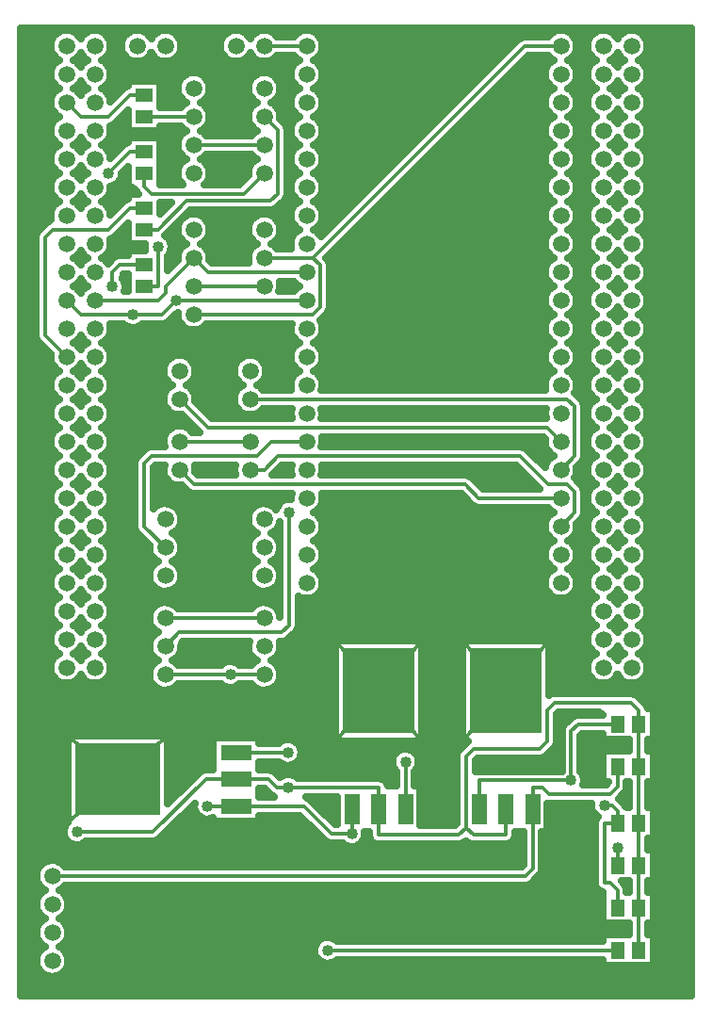
<source format=gbr>
G04 DipTrace 2.2.0.9*
%INTop.gbr*%
%MOIN*%
%ADD13C,0.013*%
%ADD14C,0.025*%
%ADD15C,0.0591*%
%ADD16R,0.0512X0.0591*%
%ADD17C,0.0591*%
%ADD18R,0.0591X0.0512*%
%ADD19R,0.11X0.053*%
%ADD20R,0.303X0.256*%
%ADD21R,0.053X0.11*%
%ADD22R,0.256X0.303*%
%ADD23C,0.04*%
%FSLAX44Y44*%
%SFA1B1*%
%OFA0B0*%
G04*
G70*
G90*
G75*
G01*
%LNTop*%
%LPD*%
X10437Y28437D2*
D13*
X14667D1*
X14927Y28697D1*
Y30177D1*
X14667Y30437D1*
X22167Y37937D1*
X23437D1*
X9437Y15687D2*
X11737D1*
X14667Y30437D2*
X12937D1*
X11737Y15687D2*
X12937D1*
X9937Y25437D2*
X10947Y24427D1*
X22947D1*
X23437Y23937D1*
X12437Y25437D2*
X23667D1*
X23927Y25177D1*
Y23427D1*
X23437Y22937D1*
X9937D2*
X10447Y22427D1*
X20043D1*
X20533Y21937D1*
X23437D1*
X12437Y22937D2*
X12942D1*
X13432Y23427D1*
X22001D1*
X23001Y22427D1*
X23667D1*
X23927Y22167D1*
Y21427D1*
X23437Y20937D1*
X7427Y33427D2*
X8185Y34185D1*
X8687D1*
X9177Y30832D2*
Y29437D1*
X8687D1*
X10437Y35437D2*
X8687D1*
X12937D2*
X13427Y34947D1*
Y32707D1*
X13167Y32447D1*
X10187D1*
X9177Y31437D1*
X8687D1*
X12937Y33437D2*
X12207Y32707D1*
X8947D1*
X8687Y32967D1*
Y33437D1*
X5937Y35937D2*
X6447Y35427D1*
X7427D1*
X8185Y36185D1*
X8687D1*
X5937Y26937D2*
X5187Y27687D1*
Y31167D1*
X5447Y31427D1*
X7427D1*
X8185Y32185D1*
X8687D1*
X7562Y29427D2*
Y29925D1*
X7822Y30185D1*
X8687D1*
X25437Y7437D2*
Y8052D1*
X25177Y8312D1*
X24986D1*
Y10437D1*
X25437D1*
Y13937D2*
X24061D1*
X23802Y13677D1*
Y11942D1*
X25437Y10437D2*
Y10862D1*
X25237Y11062D1*
X24986D1*
X16037Y10057D2*
Y10937D1*
X11937Y11037D2*
X14337D1*
X15317Y10057D1*
X16037D1*
X10927Y11037D2*
X11937D1*
X23802Y11942D2*
X20537D1*
Y10937D1*
X26185Y5937D2*
Y7437D1*
Y13937D2*
Y14427D1*
X25925Y14687D1*
X23222D1*
X22962Y14427D1*
Y13316D1*
X22702Y13056D1*
X20337D1*
X20077Y12796D1*
Y10272D1*
X19817Y10012D1*
X16987D1*
Y10937D1*
X9437Y17687D2*
X12937D1*
X9937Y23937D2*
X12437D1*
X12937Y29437D2*
X10437D1*
Y34437D2*
X12937D1*
Y37937D2*
X14437D1*
X11937Y11987D2*
X10872D1*
X9002Y10117D1*
X6312D1*
X13792Y11682D2*
X13393D1*
X13088Y11987D1*
X11937D1*
X16987Y10937D2*
Y11682D1*
X13792D1*
X20077Y10272D2*
X20337Y10012D1*
X21487D1*
Y10937D1*
X26185Y12437D2*
Y13937D1*
Y10437D2*
Y12437D1*
Y8937D2*
Y10437D1*
Y7437D2*
Y8937D1*
X17937Y12596D2*
Y10937D1*
X25437Y9562D2*
Y8937D1*
X17937Y10937D2*
D3*
X13781Y12937D2*
X11937D1*
X15187Y5937D2*
X25437D1*
Y12437D2*
Y11717D1*
X25177Y11457D1*
X23009D1*
X22784Y11682D1*
X22437D1*
Y10937D1*
Y8822D1*
X22177Y8562D1*
X5437D1*
X9437Y20187D2*
X8687Y20937D1*
Y23167D1*
X8947Y23427D1*
X12672D1*
X13182Y23937D1*
X14437D1*
X13822Y21427D2*
Y17437D1*
X13562Y17177D1*
X9927D1*
X9437Y16687D1*
X5937Y28937D2*
X6447Y28427D1*
X8292D1*
X9832Y28937D2*
X14437D1*
X8292Y28427D2*
X9322D1*
X9832Y28937D1*
X14437Y29937D2*
X10937D1*
X10437Y30437D1*
X9437Y29437D1*
Y29197D1*
X9177Y28937D1*
X6937D1*
D23*
X11737Y15687D3*
X7427Y33427D3*
X9177Y30832D3*
X7562Y29427D3*
X24986Y11062D3*
X10927Y11037D3*
X16037Y10057D3*
X23802Y11942D3*
X6312Y10117D3*
X13792Y11682D3*
X17937Y12596D3*
X25437Y9562D3*
X13781Y12937D3*
X15187Y5937D3*
X13822Y21427D3*
X9832Y28937D3*
X8292Y28427D3*
X4337Y38313D2*
D14*
X5496D1*
X6378D2*
X6495D1*
X7378D2*
X7996D1*
X8878D2*
X8995D1*
X9878D2*
X11496D1*
X12378D2*
X12495D1*
X13378D2*
X13996D1*
X14878D2*
X22996D1*
X23878D2*
X24496D1*
X25378D2*
X25495D1*
X26378D2*
X28039D1*
X4337Y38065D2*
X5367D1*
X7507D2*
X7867D1*
X10007D2*
X11367D1*
X15007D2*
X21805D1*
X24007D2*
X24367D1*
X26507D2*
X28039D1*
X4337Y37816D2*
X5367D1*
X7507D2*
X7867D1*
X10007D2*
X11367D1*
X15007D2*
X21555D1*
X24007D2*
X24367D1*
X26507D2*
X28039D1*
X4337Y37567D2*
X5492D1*
X6382D2*
X6489D1*
X7382D2*
X7992D1*
X8882D2*
X8989D1*
X9882D2*
X11492D1*
X12382D2*
X12489D1*
X13382D2*
X13992D1*
X14882D2*
X21305D1*
X22288D2*
X22992D1*
X23882D2*
X24492D1*
X25382D2*
X25489D1*
X26382D2*
X28039D1*
X4337Y37319D2*
X5504D1*
X6370D2*
X6500D1*
X7370D2*
X14004D1*
X14870D2*
X21058D1*
X22042D2*
X23004D1*
X23870D2*
X24504D1*
X25370D2*
X25500D1*
X26370D2*
X28039D1*
X4337Y37070D2*
X5367D1*
X7507D2*
X13867D1*
X15007D2*
X20808D1*
X21792D2*
X22867D1*
X24007D2*
X24367D1*
X26507D2*
X28039D1*
X4337Y36821D2*
X5363D1*
X7511D2*
X10004D1*
X10870D2*
X12504D1*
X13370D2*
X13863D1*
X15011D2*
X20558D1*
X21542D2*
X22863D1*
X24011D2*
X24363D1*
X26511D2*
X28039D1*
X4337Y36573D2*
X5488D1*
X6386D2*
X6490D1*
X7386D2*
X8101D1*
X9273D2*
X9867D1*
X11007D2*
X12367D1*
X13507D2*
X13988D1*
X14886D2*
X20312D1*
X21296D2*
X22988D1*
X23886D2*
X24488D1*
X25386D2*
X25490D1*
X26386D2*
X28039D1*
X4337Y36324D2*
X5508D1*
X6366D2*
X6506D1*
X7366D2*
X7832D1*
X9273D2*
X9863D1*
X11011D2*
X12363D1*
X13511D2*
X14008D1*
X14866D2*
X20062D1*
X21046D2*
X23008D1*
X23866D2*
X24508D1*
X25366D2*
X25506D1*
X26366D2*
X28039D1*
X4337Y36075D2*
X5371D1*
X7503D2*
X7587D1*
X9273D2*
X9984D1*
X10890D2*
X12484D1*
X13390D2*
X13871D1*
X15003D2*
X19812D1*
X20796D2*
X22871D1*
X24003D2*
X24371D1*
X26503D2*
X28039D1*
X4337Y35826D2*
X5363D1*
X9273D2*
X10008D1*
X10866D2*
X12508D1*
X13366D2*
X13863D1*
X15011D2*
X19566D1*
X20550D2*
X22863D1*
X24011D2*
X24363D1*
X26511D2*
X28039D1*
X4337Y35578D2*
X5484D1*
X11003D2*
X12371D1*
X13503D2*
X13984D1*
X14890D2*
X19316D1*
X20300D2*
X22984D1*
X23890D2*
X24484D1*
X25390D2*
X25485D1*
X26390D2*
X28039D1*
X4337Y35329D2*
X5512D1*
X7819D2*
X8101D1*
X11011D2*
X12363D1*
X13538D2*
X14012D1*
X14862D2*
X19066D1*
X20050D2*
X23012D1*
X23862D2*
X24512D1*
X25362D2*
X25512D1*
X26362D2*
X28039D1*
X4337Y35080D2*
X5371D1*
X7503D2*
X8101D1*
X9273D2*
X9980D1*
X10894D2*
X12480D1*
X13753D2*
X13870D1*
X15003D2*
X18820D1*
X19804D2*
X22871D1*
X24003D2*
X24371D1*
X26503D2*
X28039D1*
X4337Y34832D2*
X5363D1*
X7511D2*
X10016D1*
X10858D2*
X12516D1*
X13780D2*
X13864D1*
X15011D2*
X18570D1*
X19554D2*
X22863D1*
X24011D2*
X24363D1*
X26511D2*
X28039D1*
X4337Y34583D2*
X5476D1*
X6398D2*
X6481D1*
X7398D2*
X8101D1*
X9273D2*
X9871D1*
X13780D2*
X13976D1*
X14898D2*
X18320D1*
X19304D2*
X22976D1*
X23898D2*
X24476D1*
X25398D2*
X25481D1*
X26398D2*
X28039D1*
X4337Y34334D2*
X5516D1*
X6358D2*
X6519D1*
X7358D2*
X7844D1*
X9273D2*
X9863D1*
X13780D2*
X14016D1*
X14858D2*
X18074D1*
X19058D2*
X23016D1*
X23858D2*
X24516D1*
X25358D2*
X25519D1*
X26358D2*
X28039D1*
X4337Y34086D2*
X5371D1*
X7503D2*
X7593D1*
X9273D2*
X9976D1*
X10898D2*
X12476D1*
X13780D2*
X13869D1*
X15003D2*
X17824D1*
X18808D2*
X22871D1*
X24003D2*
X24371D1*
X26503D2*
X28039D1*
X4337Y33837D2*
X5359D1*
X9273D2*
X10019D1*
X10855D2*
X12519D1*
X13780D2*
X13864D1*
X15015D2*
X17574D1*
X18558D2*
X22859D1*
X24015D2*
X24359D1*
X26515D2*
X28039D1*
X4337Y33588D2*
X5473D1*
X9273D2*
X9871D1*
X11003D2*
X12371D1*
X13780D2*
X13973D1*
X14901D2*
X17328D1*
X18312D2*
X22973D1*
X23901D2*
X24473D1*
X26401D2*
X28039D1*
X4337Y33340D2*
X5523D1*
X6351D2*
X6526D1*
X7909D2*
X8101D1*
X9273D2*
X9859D1*
X11015D2*
X12348D1*
X13780D2*
X14023D1*
X14851D2*
X17078D1*
X18062D2*
X23023D1*
X23851D2*
X24523D1*
X25351D2*
X25526D1*
X26351D2*
X28039D1*
X4337Y33091D2*
X5375D1*
X7773D2*
X8101D1*
X9273D2*
X9973D1*
X10901D2*
X12101D1*
X13780D2*
X13875D1*
X14999D2*
X16828D1*
X17812D2*
X22875D1*
X23999D2*
X24375D1*
X26499D2*
X28039D1*
X4337Y32842D2*
X5359D1*
X7515D2*
X8355D1*
X13780D2*
X13858D1*
X15015D2*
X16582D1*
X17566D2*
X22859D1*
X24015D2*
X24359D1*
X26515D2*
X28039D1*
X4337Y32594D2*
X5469D1*
X7405D2*
X8101D1*
X13761D2*
X13969D1*
X14905D2*
X16332D1*
X17316D2*
X22969D1*
X23905D2*
X24469D1*
X26405D2*
X28039D1*
X4337Y32345D2*
X5527D1*
X6347D2*
X6526D1*
X7347D2*
X7855D1*
X9273D2*
X9594D1*
X13558D2*
X14027D1*
X14847D2*
X16082D1*
X17066D2*
X23027D1*
X23847D2*
X24527D1*
X25347D2*
X25526D1*
X26347D2*
X28039D1*
X4337Y32096D2*
X5375D1*
X7499D2*
X7605D1*
X10327D2*
X13875D1*
X14999D2*
X15836D1*
X16819D2*
X22875D1*
X23999D2*
X24375D1*
X26499D2*
X28039D1*
X4337Y31847D2*
X5359D1*
X10843D2*
X12531D1*
X13343D2*
X13859D1*
X15015D2*
X15586D1*
X16569D2*
X22859D1*
X24015D2*
X24359D1*
X26515D2*
X28039D1*
X4337Y31599D2*
X5129D1*
X10999D2*
X12375D1*
X13499D2*
X13965D1*
X14909D2*
X15336D1*
X16319D2*
X22965D1*
X23909D2*
X24465D1*
X26409D2*
X28039D1*
X4337Y31350D2*
X4887D1*
X7843D2*
X8101D1*
X9581D2*
X9859D1*
X11015D2*
X12359D1*
X13515D2*
X14035D1*
X14839D2*
X15090D1*
X16073D2*
X23035D1*
X23839D2*
X24535D1*
X25339D2*
X25533D1*
X26339D2*
X28039D1*
X4337Y31101D2*
X4832D1*
X7503D2*
X8101D1*
X9581D2*
X9965D1*
X10909D2*
X12465D1*
X13409D2*
X13875D1*
X15823D2*
X22875D1*
X23999D2*
X24375D1*
X26499D2*
X28039D1*
X4337Y30853D2*
X4832D1*
X7515D2*
X8687D1*
X9667D2*
X10035D1*
X10839D2*
X12535D1*
X13339D2*
X13859D1*
X15573D2*
X22859D1*
X24015D2*
X24359D1*
X26515D2*
X28039D1*
X4337Y30604D2*
X4832D1*
X7413D2*
X8101D1*
X9608D2*
X9879D1*
X10995D2*
X12379D1*
X15327D2*
X22961D1*
X23913D2*
X24461D1*
X26413D2*
X28039D1*
X4337Y30355D2*
X4832D1*
X6335D2*
X6539D1*
X7335D2*
X7500D1*
X9530D2*
X9859D1*
X11015D2*
X12359D1*
X15230D2*
X23039D1*
X23835D2*
X24539D1*
X25335D2*
X25539D1*
X26335D2*
X28039D1*
X4337Y30107D2*
X4832D1*
X9530D2*
X9614D1*
X15280D2*
X22879D1*
X23995D2*
X24379D1*
X26495D2*
X28039D1*
X4337Y29858D2*
X4832D1*
X15280D2*
X22859D1*
X24015D2*
X24359D1*
X26515D2*
X28039D1*
X4337Y29609D2*
X4832D1*
X8015D2*
X8103D1*
X15280D2*
X22957D1*
X23917D2*
X24457D1*
X26417D2*
X28039D1*
X4337Y29361D2*
X4832D1*
X6327D2*
X6547D1*
X13519D2*
X14047D1*
X15280D2*
X23047D1*
X23827D2*
X24547D1*
X25327D2*
X25547D1*
X26327D2*
X28039D1*
X4337Y29112D2*
X4832D1*
X15280D2*
X22879D1*
X23995D2*
X24379D1*
X26495D2*
X28039D1*
X4337Y28863D2*
X4832D1*
X15280D2*
X22855D1*
X24019D2*
X24355D1*
X26519D2*
X28039D1*
X4337Y28615D2*
X4832D1*
X15273D2*
X22953D1*
X23921D2*
X24453D1*
X26421D2*
X28039D1*
X4337Y28366D2*
X4832D1*
X9753D2*
X9856D1*
X15089D2*
X23051D1*
X23823D2*
X24551D1*
X25323D2*
X25551D1*
X26323D2*
X28039D1*
X4337Y28117D2*
X4832D1*
X9460D2*
X9953D1*
X14991D2*
X22883D1*
X23991D2*
X24383D1*
X26491D2*
X28039D1*
X4337Y27868D2*
X4832D1*
X7519D2*
X13855D1*
X15019D2*
X22855D1*
X24019D2*
X24355D1*
X26519D2*
X28039D1*
X4337Y27620D2*
X4840D1*
X7425D2*
X13949D1*
X14925D2*
X22949D1*
X23925D2*
X24449D1*
X26425D2*
X28039D1*
X4337Y27371D2*
X5012D1*
X6316D2*
X6558D1*
X7316D2*
X14058D1*
X14816D2*
X23058D1*
X23816D2*
X24558D1*
X25316D2*
X25558D1*
X26316D2*
X28039D1*
X4337Y27122D2*
X5262D1*
X7491D2*
X13883D1*
X14991D2*
X22883D1*
X23991D2*
X24383D1*
X26491D2*
X28039D1*
X4337Y26874D2*
X5355D1*
X7519D2*
X9562D1*
X10312D2*
X12062D1*
X12812D2*
X13855D1*
X15019D2*
X22855D1*
X24019D2*
X24355D1*
X26519D2*
X28039D1*
X4337Y26625D2*
X5445D1*
X7429D2*
X9383D1*
X10491D2*
X11883D1*
X12991D2*
X13945D1*
X14929D2*
X22945D1*
X23929D2*
X24445D1*
X26429D2*
X28039D1*
X4337Y26376D2*
X5566D1*
X6308D2*
X6566D1*
X7308D2*
X9355D1*
X10519D2*
X11855D1*
X13019D2*
X14066D1*
X14808D2*
X23066D1*
X23808D2*
X24566D1*
X25308D2*
X25566D1*
X26308D2*
X28039D1*
X4337Y26128D2*
X5387D1*
X7487D2*
X9445D1*
X10429D2*
X11945D1*
X12929D2*
X13887D1*
X14987D2*
X22887D1*
X23987D2*
X24387D1*
X26487D2*
X28039D1*
X4337Y25879D2*
X5355D1*
X7519D2*
X9566D1*
X10308D2*
X12066D1*
X12808D2*
X13855D1*
X15019D2*
X22855D1*
X24019D2*
X24355D1*
X26519D2*
X28039D1*
X4337Y25630D2*
X5445D1*
X7429D2*
X9387D1*
X10487D2*
X11887D1*
X23964D2*
X24445D1*
X26429D2*
X28039D1*
X4337Y25382D2*
X5570D1*
X6304D2*
X6570D1*
X7304D2*
X9355D1*
X10519D2*
X11855D1*
X24210D2*
X24570D1*
X25304D2*
X25570D1*
X26304D2*
X28039D1*
X4337Y25133D2*
X5387D1*
X7487D2*
X9441D1*
X10733D2*
X11941D1*
X24280D2*
X24386D1*
X26487D2*
X28039D1*
X4337Y24884D2*
X5355D1*
X7519D2*
X9824D1*
X10980D2*
X12324D1*
X12550D2*
X13855D1*
X15019D2*
X22855D1*
X26519D2*
X28039D1*
X4337Y24635D2*
X5441D1*
X7433D2*
X10246D1*
X24280D2*
X24441D1*
X26433D2*
X28039D1*
X4337Y24387D2*
X5578D1*
X6296D2*
X6578D1*
X7296D2*
X9578D1*
X10296D2*
X10496D1*
X24280D2*
X24578D1*
X25296D2*
X25578D1*
X26296D2*
X28039D1*
X4337Y24138D2*
X5391D1*
X7483D2*
X9391D1*
X24280D2*
X24386D1*
X26483D2*
X28039D1*
X4337Y23889D2*
X5355D1*
X7519D2*
X9355D1*
X15019D2*
X22855D1*
X26519D2*
X28039D1*
X4337Y23641D2*
X5437D1*
X7437D2*
X8668D1*
X22280D2*
X22937D1*
X24280D2*
X24437D1*
X26437D2*
X28039D1*
X4337Y23392D2*
X5586D1*
X6288D2*
X6586D1*
X7288D2*
X8422D1*
X22526D2*
X23086D1*
X24280D2*
X24586D1*
X25288D2*
X25586D1*
X26288D2*
X28039D1*
X4337Y23143D2*
X5391D1*
X7483D2*
X8332D1*
X22776D2*
X22892D1*
X24136D2*
X24391D1*
X26483D2*
X28039D1*
X4337Y22895D2*
X5355D1*
X7519D2*
X8332D1*
X9042D2*
X9355D1*
X10519D2*
X11855D1*
X13390D2*
X13855D1*
X15019D2*
X22043D1*
X24019D2*
X24355D1*
X26519D2*
X28039D1*
X4337Y22646D2*
X5433D1*
X7441D2*
X8332D1*
X9042D2*
X9433D1*
X20316D2*
X22293D1*
X23941D2*
X24433D1*
X26441D2*
X28039D1*
X4337Y22397D2*
X5594D1*
X6280D2*
X6594D1*
X7280D2*
X8332D1*
X9042D2*
X9762D1*
X20566D2*
X22539D1*
X24187D2*
X24594D1*
X25280D2*
X25594D1*
X26280D2*
X28039D1*
X4337Y22149D2*
X5394D1*
X7480D2*
X8332D1*
X9042D2*
X10246D1*
X24280D2*
X24392D1*
X26480D2*
X28039D1*
X4337Y21900D2*
X5351D1*
X7523D2*
X8332D1*
X9042D2*
X13851D1*
X15023D2*
X20078D1*
X26523D2*
X28039D1*
X4337Y21651D2*
X5430D1*
X7444D2*
X8332D1*
X9776D2*
X12598D1*
X13276D2*
X13392D1*
X14944D2*
X20344D1*
X24280D2*
X24430D1*
X26444D2*
X28039D1*
X4337Y21403D2*
X5601D1*
X6273D2*
X6601D1*
X7273D2*
X8332D1*
X9980D2*
X12394D1*
X14773D2*
X23101D1*
X24280D2*
X24601D1*
X25273D2*
X25601D1*
X26273D2*
X28039D1*
X4337Y21154D2*
X5394D1*
X7480D2*
X8332D1*
X10023D2*
X12351D1*
X14980D2*
X22894D1*
X24144D2*
X24394D1*
X26480D2*
X28039D1*
X4337Y20905D2*
X5351D1*
X7523D2*
X8332D1*
X9944D2*
X12430D1*
X15023D2*
X22851D1*
X24023D2*
X24351D1*
X26523D2*
X28039D1*
X4337Y20656D2*
X5426D1*
X7448D2*
X8476D1*
X9769D2*
X12605D1*
X13269D2*
X13469D1*
X14948D2*
X22926D1*
X23948D2*
X24426D1*
X26448D2*
X28039D1*
X4337Y20408D2*
X5609D1*
X6265D2*
X6609D1*
X7265D2*
X8726D1*
X9976D2*
X12398D1*
X14765D2*
X23109D1*
X23765D2*
X24609D1*
X25265D2*
X25609D1*
X26265D2*
X28039D1*
X4337Y20159D2*
X5398D1*
X7476D2*
X8851D1*
X10023D2*
X12351D1*
X14976D2*
X22898D1*
X23976D2*
X24398D1*
X26476D2*
X28039D1*
X4337Y19910D2*
X5351D1*
X7523D2*
X8926D1*
X9948D2*
X12426D1*
X15023D2*
X22851D1*
X24023D2*
X24351D1*
X26523D2*
X28039D1*
X4337Y19662D2*
X5426D1*
X7448D2*
X9113D1*
X9761D2*
X12613D1*
X13261D2*
X13469D1*
X14948D2*
X22926D1*
X23948D2*
X24426D1*
X26448D2*
X28039D1*
X4337Y19413D2*
X5617D1*
X6257D2*
X6617D1*
X7257D2*
X8898D1*
X9976D2*
X12398D1*
X14757D2*
X23117D1*
X23757D2*
X24617D1*
X25257D2*
X25617D1*
X26257D2*
X28039D1*
X4337Y19164D2*
X5398D1*
X7476D2*
X8851D1*
X10023D2*
X12351D1*
X14976D2*
X22898D1*
X23976D2*
X24398D1*
X26476D2*
X28039D1*
X4337Y18916D2*
X5351D1*
X7523D2*
X8922D1*
X9952D2*
X12422D1*
X15023D2*
X22851D1*
X24023D2*
X24351D1*
X26523D2*
X28039D1*
X4337Y18667D2*
X5422D1*
X7452D2*
X9203D1*
X9671D2*
X12703D1*
X13171D2*
X13469D1*
X14952D2*
X22922D1*
X23952D2*
X24422D1*
X26452D2*
X28039D1*
X4337Y18418D2*
X5625D1*
X6249D2*
X6625D1*
X7249D2*
X13469D1*
X14675D2*
X23199D1*
X23675D2*
X24625D1*
X25249D2*
X25625D1*
X26249D2*
X28039D1*
X4337Y18170D2*
X5402D1*
X7472D2*
X9129D1*
X9745D2*
X12629D1*
X13245D2*
X13469D1*
X14175D2*
X24402D1*
X26472D2*
X28039D1*
X4337Y17921D2*
X5351D1*
X7523D2*
X8902D1*
X14175D2*
X24351D1*
X26523D2*
X28039D1*
X4337Y17672D2*
X5418D1*
X7456D2*
X8851D1*
X14175D2*
X24418D1*
X26456D2*
X28039D1*
X4337Y17424D2*
X5633D1*
X6241D2*
X6633D1*
X7241D2*
X8918D1*
X14175D2*
X24633D1*
X25241D2*
X25633D1*
X26241D2*
X28039D1*
X4337Y17175D2*
X5406D1*
X7468D2*
X9137D1*
X14050D2*
X24406D1*
X26468D2*
X28039D1*
X4337Y16926D2*
X5351D1*
X7523D2*
X8906D1*
X13800D2*
X24351D1*
X26523D2*
X28039D1*
X4337Y16677D2*
X5414D1*
X7460D2*
X8851D1*
X10023D2*
X12351D1*
X13523D2*
X15418D1*
X18558D2*
X19918D1*
X23058D2*
X24414D1*
X26460D2*
X28039D1*
X4337Y16429D2*
X5644D1*
X6230D2*
X6644D1*
X7230D2*
X8914D1*
X9960D2*
X12414D1*
X13460D2*
X15418D1*
X18558D2*
X19918D1*
X23058D2*
X24644D1*
X25230D2*
X25644D1*
X26230D2*
X28039D1*
X4337Y16180D2*
X5406D1*
X7468D2*
X9148D1*
X9726D2*
X12648D1*
X13226D2*
X15418D1*
X18558D2*
X19918D1*
X23058D2*
X24406D1*
X26468D2*
X28039D1*
X4337Y15931D2*
X5351D1*
X7523D2*
X8906D1*
X13468D2*
X15418D1*
X18558D2*
X19918D1*
X23058D2*
X24351D1*
X26523D2*
X28039D1*
X4337Y15683D2*
X5414D1*
X7460D2*
X8851D1*
X13523D2*
X15418D1*
X18558D2*
X19918D1*
X23058D2*
X24414D1*
X26460D2*
X28039D1*
X4337Y15434D2*
X5664D1*
X6210D2*
X6664D1*
X7210D2*
X8914D1*
X13460D2*
X15418D1*
X18558D2*
X19918D1*
X23058D2*
X24664D1*
X25210D2*
X25664D1*
X26210D2*
X28039D1*
X4337Y15185D2*
X9164D1*
X9710D2*
X12664D1*
X13210D2*
X15418D1*
X18558D2*
X19918D1*
X23058D2*
X28039D1*
X4337Y14937D2*
X15418D1*
X18558D2*
X19918D1*
X26167D2*
X28039D1*
X4337Y14688D2*
X15418D1*
X18558D2*
X19918D1*
X26417D2*
X28039D1*
X4337Y14439D2*
X15418D1*
X18558D2*
X19918D1*
X26730D2*
X28039D1*
X4337Y14191D2*
X15418D1*
X18558D2*
X19918D1*
X23316D2*
X23824D1*
X26730D2*
X28039D1*
X4337Y13942D2*
X15418D1*
X18558D2*
X19918D1*
X23316D2*
X23574D1*
X26730D2*
X28039D1*
X4337Y13693D2*
X15418D1*
X18558D2*
X19918D1*
X23316D2*
X23449D1*
X26730D2*
X28039D1*
X4337Y13445D2*
X5953D1*
X9562D2*
X11098D1*
X12776D2*
X15418D1*
X18558D2*
X19918D1*
X23316D2*
X23445D1*
X24155D2*
X24891D1*
X26730D2*
X28039D1*
X4337Y13196D2*
X5953D1*
X9562D2*
X11098D1*
X14191D2*
X19984D1*
X23292D2*
X23445D1*
X24155D2*
X25832D1*
X26538D2*
X28039D1*
X4337Y12947D2*
X5953D1*
X9562D2*
X11098D1*
X14269D2*
X17605D1*
X18269D2*
X19758D1*
X23085D2*
X23445D1*
X24155D2*
X24891D1*
X26730D2*
X28039D1*
X4337Y12698D2*
X5953D1*
X9562D2*
X11098D1*
X14206D2*
X17457D1*
X18417D2*
X19723D1*
X20472D2*
X23445D1*
X24155D2*
X24891D1*
X26730D2*
X28039D1*
X4337Y12450D2*
X5953D1*
X9562D2*
X11098D1*
X12776D2*
X17473D1*
X18401D2*
X19723D1*
X20433D2*
X23445D1*
X24155D2*
X24891D1*
X26730D2*
X28039D1*
X4337Y12201D2*
X5953D1*
X9562D2*
X10594D1*
X13366D2*
X17582D1*
X18292D2*
X19723D1*
X24214D2*
X24891D1*
X26730D2*
X28039D1*
X4337Y11952D2*
X5953D1*
X9562D2*
X10348D1*
X17202D2*
X17582D1*
X18292D2*
X19723D1*
X24292D2*
X24891D1*
X26730D2*
X28039D1*
X4337Y11704D2*
X5953D1*
X9562D2*
X10098D1*
X18491D2*
X19723D1*
X26538D2*
X28039D1*
X4337Y11455D2*
X5953D1*
X9562D2*
X9848D1*
X12776D2*
X13129D1*
X18491D2*
X19723D1*
X25667D2*
X25832D1*
X26538D2*
X28039D1*
X4337Y11206D2*
X5953D1*
X14659D2*
X15480D1*
X18491D2*
X19723D1*
X25585D2*
X25832D1*
X26538D2*
X28039D1*
X4337Y10958D2*
X5953D1*
X10335D2*
X10445D1*
X14909D2*
X15480D1*
X18491D2*
X19723D1*
X22991D2*
X24508D1*
X26730D2*
X28039D1*
X4337Y10709D2*
X5953D1*
X10085D2*
X10574D1*
X15155D2*
X15480D1*
X18491D2*
X19723D1*
X22991D2*
X24660D1*
X26730D2*
X28039D1*
X4337Y10460D2*
X5953D1*
X9835D2*
X14422D1*
X15405D2*
X15483D1*
X18491D2*
X19723D1*
X22991D2*
X24633D1*
X26730D2*
X28039D1*
X4337Y10212D2*
X5832D1*
X9589D2*
X14672D1*
X22991D2*
X24633D1*
X26730D2*
X28039D1*
X4337Y9963D2*
X5848D1*
X9339D2*
X14922D1*
X16519D2*
X16635D1*
X21839D2*
X22082D1*
X22792D2*
X24633D1*
X26730D2*
X28039D1*
X4337Y9714D2*
X6055D1*
X6569D2*
X15699D1*
X16374D2*
X16820D1*
X19983D2*
X20168D1*
X21655D2*
X22082D1*
X22792D2*
X24633D1*
X26538D2*
X28039D1*
X4337Y9466D2*
X22082D1*
X22792D2*
X24633D1*
X26730D2*
X28039D1*
X4337Y9217D2*
X22082D1*
X22792D2*
X24633D1*
X26730D2*
X28039D1*
X4337Y8968D2*
X5027D1*
X5847D2*
X22082D1*
X22792D2*
X24633D1*
X26730D2*
X28039D1*
X4337Y8719D2*
X4875D1*
X22776D2*
X24633D1*
X26730D2*
X28039D1*
X4337Y8471D2*
X4859D1*
X22577D2*
X24633D1*
X26730D2*
X28039D1*
X4337Y8222D2*
X4969D1*
X5905D2*
X24644D1*
X25745D2*
X25827D1*
X26538D2*
X28039D1*
X4337Y7973D2*
X5031D1*
X5843D2*
X24891D1*
X26730D2*
X28039D1*
X4337Y7725D2*
X4875D1*
X5999D2*
X24891D1*
X26730D2*
X28039D1*
X4337Y7476D2*
X4859D1*
X6015D2*
X24891D1*
X26730D2*
X28039D1*
X4337Y7227D2*
X4965D1*
X5909D2*
X24891D1*
X26730D2*
X28039D1*
X4337Y6979D2*
X5039D1*
X5835D2*
X24891D1*
X26730D2*
X28039D1*
X4337Y6730D2*
X4879D1*
X5995D2*
X25832D1*
X26538D2*
X28039D1*
X4337Y6481D2*
X4859D1*
X6015D2*
X24891D1*
X26730D2*
X28039D1*
X4337Y6233D2*
X4961D1*
X5913D2*
X14805D1*
X26730D2*
X28039D1*
X4337Y5984D2*
X5043D1*
X5831D2*
X14699D1*
X26730D2*
X28039D1*
X4337Y5735D2*
X4879D1*
X5995D2*
X14742D1*
X26730D2*
X28039D1*
X4337Y5487D2*
X4855D1*
X6019D2*
X15047D1*
X15326D2*
X24891D1*
X26730D2*
X28039D1*
X4337Y5238D2*
X4957D1*
X5917D2*
X28039D1*
X4337Y4989D2*
X28039D1*
X4337Y4740D2*
X28039D1*
X4337Y4492D2*
X28039D1*
X8936Y37685D2*
X8876Y37589D1*
X8788Y37501D1*
X8683Y37434D1*
X8566Y37392D1*
X8442Y37377D1*
X8318Y37390D1*
X8200Y37430D1*
X8093Y37495D1*
X8004Y37582D1*
X7936Y37686D1*
X7893Y37803D1*
X7877Y37927D1*
X7889Y38051D1*
X7927Y38170D1*
X7992Y38277D1*
X8078Y38367D1*
X8182Y38436D1*
X8299Y38480D1*
X8422Y38497D1*
X8546Y38486D1*
X8665Y38449D1*
X8773Y38385D1*
X8864Y38300D1*
X8938Y38186D1*
X8992Y38277D1*
X9078Y38367D1*
X9182Y38436D1*
X9299Y38480D1*
X9422Y38497D1*
X9546Y38486D1*
X9665Y38449D1*
X9773Y38385D1*
X9864Y38300D1*
X9933Y38197D1*
X9979Y38080D1*
X9997Y37937D1*
X9983Y37813D1*
X9942Y37695D1*
X9876Y37589D1*
X9788Y37501D1*
X9683Y37434D1*
X9566Y37392D1*
X9442Y37377D1*
X9318Y37390D1*
X9200Y37430D1*
X9093Y37495D1*
X9004Y37582D1*
X8938Y37683D1*
X25852Y11877D2*
X25764D1*
X25767Y11717D1*
X25743Y11595D1*
X25670Y11484D1*
X25475Y11289D1*
X25672Y11092D1*
X25729Y11013D1*
X25789Y10997D1*
X25858D1*
X25855Y11878D1*
X25852Y8377D2*
X25579D1*
X25670Y8285D1*
X25740Y8182D1*
X25767Y8052D1*
Y7993D1*
X25856Y7997D1*
X25855Y8378D1*
X25664Y8381D1*
X25765Y8088D1*
X25767Y8052D1*
X10183Y34940D2*
X10093Y34995D1*
X9989Y35105D1*
X9246Y35107D1*
X9247Y34916D1*
X8127D1*
Y35662D1*
X7660Y35194D1*
X7554Y35123D1*
X7479Y35080D1*
X7497Y34937D1*
X7483Y34813D1*
X7442Y34695D1*
X7376Y34589D1*
X7288Y34501D1*
X7187Y34436D1*
X7273Y34385D1*
X7364Y34300D1*
X7433Y34197D1*
X7479Y34080D1*
X7496Y33961D1*
X7952Y34418D1*
X8058Y34489D1*
X8127Y34539D1*
Y34706D1*
X9247D1*
X9243Y33664D1*
X9247Y33583D1*
Y33040D1*
X10045Y33037D1*
X10004Y33082D1*
X9936Y33186D1*
X9893Y33303D1*
X9877Y33427D1*
X9889Y33551D1*
X9927Y33670D1*
X9992Y33777D1*
X10078Y33867D1*
X10186Y33937D1*
X10093Y33995D1*
X10004Y34082D1*
X9936Y34186D1*
X9893Y34303D1*
X9877Y34427D1*
X9889Y34551D1*
X9927Y34670D1*
X9992Y34777D1*
X10078Y34867D1*
X10186Y34937D1*
X10983Y33313D2*
X10942Y33195D1*
X10876Y33089D1*
X10824Y33037D1*
X12068D1*
X12385Y33352D1*
X12377Y33427D1*
X12389Y33551D1*
X12427Y33670D1*
X12492Y33777D1*
X12578Y33867D1*
X12686Y33937D1*
X12593Y33995D1*
X12489Y34105D1*
X11187Y34107D1*
X10886D1*
X10788Y34001D1*
X10687Y33936D1*
X10773Y33885D1*
X10864Y33800D1*
X10933Y33697D1*
X10979Y33580D1*
X10997Y33437D1*
X10983Y33313D1*
X10472Y23098D2*
X10497Y22957D1*
X10488Y22856D1*
X10582Y22759D1*
X11904Y22757D1*
X11877Y22927D1*
X11889Y23051D1*
X11904Y23099D1*
X10473Y23097D1*
X13483Y29313D2*
X13467Y29265D1*
X13984Y29267D1*
X14078Y29367D1*
X14186Y29437D1*
X14093Y29495D1*
X13989Y29605D1*
X13472Y29607D1*
X13497Y29437D1*
X13483Y29313D1*
X9016Y21552D2*
X9078Y21617D1*
X9182Y21686D1*
X9299Y21730D1*
X9422Y21747D1*
X9546Y21736D1*
X9665Y21699D1*
X9773Y21635D1*
X9864Y21550D1*
X9933Y21447D1*
X9979Y21330D1*
X9997Y21187D1*
X9983Y21063D1*
X9942Y20945D1*
X9876Y20839D1*
X9788Y20751D1*
X9689Y20685D1*
X9773Y20635D1*
X9864Y20550D1*
X9933Y20447D1*
X9979Y20330D1*
X9997Y20187D1*
X9983Y20063D1*
X9942Y19945D1*
X9876Y19839D1*
X9788Y19751D1*
X9689Y19685D1*
X9773Y19635D1*
X9864Y19550D1*
X9933Y19447D1*
X9979Y19330D1*
X9997Y19187D1*
X9983Y19063D1*
X9942Y18945D1*
X9876Y18839D1*
X9788Y18751D1*
X9683Y18684D1*
X9566Y18642D1*
X9442Y18627D1*
X9318Y18640D1*
X9200Y18680D1*
X9093Y18745D1*
X9004Y18832D1*
X8936Y18936D1*
X8893Y19053D1*
X8877Y19177D1*
X8889Y19301D1*
X8927Y19420D1*
X8992Y19527D1*
X9078Y19617D1*
X9186Y19687D1*
X9093Y19745D1*
X9004Y19832D1*
X8936Y19936D1*
X8893Y20053D1*
X8877Y20177D1*
X8886Y20274D1*
X8454Y20704D1*
X8384Y20807D1*
X8357Y20937D1*
Y23167D1*
X8381Y23289D1*
X8454Y23401D1*
X8714Y23660D1*
X8816Y23730D1*
X8947Y23757D1*
X9410Y23756D1*
X9393Y23803D1*
X9377Y23927D1*
X9389Y24051D1*
X9427Y24170D1*
X9492Y24277D1*
X9578Y24367D1*
X9682Y24436D1*
X9799Y24480D1*
X9922Y24497D1*
X10046Y24486D1*
X10165Y24449D1*
X10273Y24385D1*
X10364Y24300D1*
X10388Y24264D1*
X10644Y24267D1*
X10026Y24882D1*
X9942Y24877D1*
X9818Y24890D1*
X9700Y24930D1*
X9593Y24995D1*
X9504Y25082D1*
X9436Y25186D1*
X9393Y25303D1*
X9377Y25427D1*
X9389Y25551D1*
X9427Y25670D1*
X9492Y25777D1*
X9578Y25867D1*
X9686Y25937D1*
X9593Y25995D1*
X9504Y26082D1*
X9436Y26186D1*
X9393Y26303D1*
X9377Y26427D1*
X9389Y26551D1*
X9427Y26670D1*
X9492Y26777D1*
X9578Y26867D1*
X9682Y26936D1*
X9799Y26980D1*
X9922Y26997D1*
X10046Y26986D1*
X10165Y26949D1*
X10273Y26885D1*
X10364Y26800D1*
X10433Y26697D1*
X10479Y26580D1*
X10497Y26437D1*
X10483Y26313D1*
X10442Y26195D1*
X10376Y26089D1*
X10288Y26001D1*
X10187Y25936D1*
X10273Y25885D1*
X10364Y25800D1*
X10433Y25697D1*
X10479Y25580D1*
X10497Y25437D1*
X10488Y25356D1*
X11085Y24756D1*
X13904Y24757D1*
X13877Y24927D1*
X13889Y25051D1*
X13907Y25107D1*
X12890D1*
X12788Y25001D1*
X12683Y24934D1*
X12566Y24892D1*
X12442Y24877D1*
X12318Y24890D1*
X12200Y24930D1*
X12093Y24995D1*
X12004Y25082D1*
X11936Y25186D1*
X11893Y25303D1*
X11877Y25427D1*
X11889Y25551D1*
X11927Y25670D1*
X11992Y25777D1*
X12078Y25867D1*
X12186Y25937D1*
X12093Y25995D1*
X12004Y26082D1*
X11936Y26186D1*
X11893Y26303D1*
X11877Y26427D1*
X11889Y26551D1*
X11927Y26670D1*
X11992Y26777D1*
X12078Y26867D1*
X12182Y26936D1*
X12299Y26980D1*
X12422Y26997D1*
X12546Y26986D1*
X12665Y26949D1*
X12773Y26885D1*
X12864Y26800D1*
X12933Y26697D1*
X12979Y26580D1*
X12997Y26437D1*
X12983Y26313D1*
X12942Y26195D1*
X12876Y26089D1*
X12788Y26001D1*
X12687Y25936D1*
X12773Y25885D1*
X12864Y25800D1*
X12888Y25764D1*
X13902Y25767D1*
X13877Y25927D1*
X13889Y26051D1*
X13927Y26170D1*
X13992Y26277D1*
X14078Y26367D1*
X14186Y26437D1*
X14093Y26495D1*
X14004Y26582D1*
X13936Y26686D1*
X13893Y26803D1*
X13877Y26927D1*
X13889Y27051D1*
X13927Y27170D1*
X13992Y27277D1*
X14078Y27367D1*
X14186Y27437D1*
X14093Y27495D1*
X14004Y27582D1*
X13936Y27686D1*
X13893Y27803D1*
X13877Y27927D1*
X13889Y28051D1*
X13907Y28107D1*
X10890D1*
X10788Y28001D1*
X10683Y27934D1*
X10566Y27892D1*
X10442Y27877D1*
X10318Y27890D1*
X10200Y27930D1*
X10093Y27995D1*
X10004Y28082D1*
X9936Y28186D1*
X9893Y28303D1*
X9877Y28427D1*
X9882Y28478D1*
X9800Y28439D1*
X9555Y28194D1*
X9452Y28124D1*
X9322Y28097D1*
X8614Y28092D1*
X8513Y28018D1*
X8397Y27974D1*
X8272Y27963D1*
X8150Y27985D1*
X8037Y28038D1*
X7970Y28097D1*
X7476D1*
X7497Y27937D1*
X7483Y27813D1*
X7442Y27695D1*
X7376Y27589D1*
X7288Y27501D1*
X7187Y27436D1*
X7273Y27385D1*
X7364Y27300D1*
X7433Y27197D1*
X7479Y27080D1*
X7497Y26937D1*
X7483Y26813D1*
X7442Y26695D1*
X7376Y26589D1*
X7288Y26501D1*
X7187Y26436D1*
X7273Y26385D1*
X7364Y26300D1*
X7433Y26197D1*
X7479Y26080D1*
X7497Y25937D1*
X7483Y25813D1*
X7442Y25695D1*
X7376Y25589D1*
X7288Y25501D1*
X7187Y25436D1*
X7273Y25385D1*
X7364Y25300D1*
X7433Y25197D1*
X7479Y25080D1*
X7497Y24937D1*
X7483Y24813D1*
X7442Y24695D1*
X7376Y24589D1*
X7288Y24501D1*
X7187Y24436D1*
X7273Y24385D1*
X7364Y24300D1*
X7433Y24197D1*
X7479Y24080D1*
X7497Y23937D1*
X7483Y23813D1*
X7442Y23695D1*
X7376Y23589D1*
X7288Y23501D1*
X7187Y23436D1*
X7273Y23385D1*
X7364Y23300D1*
X7433Y23197D1*
X7479Y23080D1*
X7497Y22937D1*
X7483Y22813D1*
X7442Y22695D1*
X7376Y22589D1*
X7288Y22501D1*
X7187Y22436D1*
X7273Y22385D1*
X7364Y22300D1*
X7433Y22197D1*
X7479Y22080D1*
X7497Y21937D1*
X7483Y21813D1*
X7442Y21695D1*
X7376Y21589D1*
X7288Y21501D1*
X7187Y21436D1*
X7273Y21385D1*
X7364Y21300D1*
X7433Y21197D1*
X7479Y21080D1*
X7497Y20937D1*
X7483Y20813D1*
X7442Y20695D1*
X7376Y20589D1*
X7288Y20501D1*
X7187Y20436D1*
X7273Y20385D1*
X7364Y20300D1*
X7433Y20197D1*
X7479Y20080D1*
X7497Y19937D1*
X7483Y19813D1*
X7442Y19695D1*
X7376Y19589D1*
X7288Y19501D1*
X7187Y19436D1*
X7273Y19385D1*
X7364Y19300D1*
X7433Y19197D1*
X7479Y19080D1*
X7497Y18937D1*
X7483Y18813D1*
X7442Y18695D1*
X7376Y18589D1*
X7288Y18501D1*
X7187Y18436D1*
X7273Y18385D1*
X7364Y18300D1*
X7433Y18197D1*
X7479Y18080D1*
X7497Y17937D1*
X7483Y17813D1*
X7442Y17695D1*
X7376Y17589D1*
X7288Y17501D1*
X7187Y17436D1*
X7273Y17385D1*
X7364Y17300D1*
X7433Y17197D1*
X7479Y17080D1*
X7497Y16937D1*
X7483Y16813D1*
X7442Y16695D1*
X7376Y16589D1*
X7288Y16501D1*
X7187Y16436D1*
X7273Y16385D1*
X7364Y16300D1*
X7433Y16197D1*
X7479Y16080D1*
X7497Y15937D1*
X7483Y15813D1*
X7442Y15695D1*
X7376Y15589D1*
X7288Y15501D1*
X7183Y15434D1*
X7066Y15392D1*
X6942Y15377D1*
X6818Y15390D1*
X6700Y15430D1*
X6593Y15495D1*
X6504Y15582D1*
X6438Y15683D1*
X6376Y15589D1*
X6288Y15501D1*
X6183Y15434D1*
X6066Y15392D1*
X5942Y15377D1*
X5818Y15390D1*
X5700Y15430D1*
X5593Y15495D1*
X5504Y15582D1*
X5436Y15686D1*
X5393Y15803D1*
X5377Y15927D1*
X5389Y16051D1*
X5427Y16170D1*
X5492Y16277D1*
X5578Y16367D1*
X5686Y16437D1*
X5593Y16495D1*
X5504Y16582D1*
X5436Y16686D1*
X5393Y16803D1*
X5377Y16927D1*
X5389Y17051D1*
X5427Y17170D1*
X5492Y17277D1*
X5578Y17367D1*
X5686Y17437D1*
X5593Y17495D1*
X5504Y17582D1*
X5436Y17686D1*
X5393Y17803D1*
X5377Y17927D1*
X5389Y18051D1*
X5427Y18170D1*
X5492Y18277D1*
X5578Y18367D1*
X5686Y18437D1*
X5593Y18495D1*
X5504Y18582D1*
X5436Y18686D1*
X5393Y18803D1*
X5377Y18927D1*
X5389Y19051D1*
X5427Y19170D1*
X5492Y19277D1*
X5578Y19367D1*
X5686Y19437D1*
X5593Y19495D1*
X5504Y19582D1*
X5436Y19686D1*
X5393Y19803D1*
X5377Y19927D1*
X5389Y20051D1*
X5427Y20170D1*
X5492Y20277D1*
X5578Y20367D1*
X5686Y20437D1*
X5593Y20495D1*
X5504Y20582D1*
X5436Y20686D1*
X5393Y20803D1*
X5377Y20927D1*
X5389Y21051D1*
X5427Y21170D1*
X5492Y21277D1*
X5578Y21367D1*
X5686Y21437D1*
X5593Y21495D1*
X5504Y21582D1*
X5436Y21686D1*
X5393Y21803D1*
X5377Y21927D1*
X5389Y22051D1*
X5427Y22170D1*
X5492Y22277D1*
X5578Y22367D1*
X5686Y22437D1*
X5593Y22495D1*
X5504Y22582D1*
X5436Y22686D1*
X5393Y22803D1*
X5377Y22927D1*
X5389Y23051D1*
X5427Y23170D1*
X5492Y23277D1*
X5578Y23367D1*
X5686Y23437D1*
X5593Y23495D1*
X5504Y23582D1*
X5436Y23686D1*
X5393Y23803D1*
X5377Y23927D1*
X5389Y24051D1*
X5427Y24170D1*
X5492Y24277D1*
X5578Y24367D1*
X5686Y24437D1*
X5593Y24495D1*
X5504Y24582D1*
X5436Y24686D1*
X5393Y24803D1*
X5377Y24927D1*
X5389Y25051D1*
X5427Y25170D1*
X5492Y25277D1*
X5578Y25367D1*
X5686Y25437D1*
X5593Y25495D1*
X5504Y25582D1*
X5436Y25686D1*
X5393Y25803D1*
X5377Y25927D1*
X5389Y26051D1*
X5427Y26170D1*
X5492Y26277D1*
X5578Y26367D1*
X5686Y26437D1*
X5593Y26495D1*
X5504Y26582D1*
X5436Y26686D1*
X5393Y26803D1*
X5377Y26927D1*
X5386Y27024D1*
X4954Y27454D1*
X4884Y27557D1*
X4857Y27687D1*
Y31167D1*
X4881Y31289D1*
X4954Y31401D1*
X5214Y31660D1*
X5320Y31731D1*
X5296Y31720D1*
X5393Y31803D1*
X5377Y31927D1*
X5389Y32051D1*
X5427Y32170D1*
X5492Y32277D1*
X5578Y32367D1*
X5686Y32437D1*
X5593Y32495D1*
X5504Y32582D1*
X5436Y32686D1*
X5393Y32803D1*
X5377Y32927D1*
X5389Y33051D1*
X5427Y33170D1*
X5492Y33277D1*
X5578Y33367D1*
X5686Y33437D1*
X5593Y33495D1*
X5504Y33582D1*
X5436Y33686D1*
X5393Y33803D1*
X5377Y33927D1*
X5389Y34051D1*
X5427Y34170D1*
X5492Y34277D1*
X5578Y34367D1*
X5686Y34437D1*
X5593Y34495D1*
X5504Y34582D1*
X5436Y34686D1*
X5393Y34803D1*
X5377Y34927D1*
X5389Y35051D1*
X5427Y35170D1*
X5492Y35277D1*
X5578Y35367D1*
X5686Y35437D1*
X5593Y35495D1*
X5504Y35582D1*
X5436Y35686D1*
X5393Y35803D1*
X5377Y35927D1*
X5389Y36051D1*
X5427Y36170D1*
X5492Y36277D1*
X5578Y36367D1*
X5686Y36437D1*
X5593Y36495D1*
X5504Y36582D1*
X5436Y36686D1*
X5393Y36803D1*
X5377Y36927D1*
X5389Y37051D1*
X5427Y37170D1*
X5492Y37277D1*
X5578Y37367D1*
X5686Y37437D1*
X5593Y37495D1*
X5504Y37582D1*
X5436Y37686D1*
X5393Y37803D1*
X5377Y37927D1*
X5389Y38051D1*
X5427Y38170D1*
X5492Y38277D1*
X5578Y38367D1*
X5682Y38436D1*
X5799Y38480D1*
X5922Y38497D1*
X6046Y38486D1*
X6165Y38449D1*
X6273Y38385D1*
X6364Y38300D1*
X6438Y38186D1*
X6492Y38277D1*
X6578Y38367D1*
X6682Y38436D1*
X6799Y38480D1*
X6922Y38497D1*
X7046Y38486D1*
X7165Y38449D1*
X7273Y38385D1*
X7364Y38300D1*
X7433Y38197D1*
X7479Y38080D1*
X7497Y37937D1*
X7483Y37813D1*
X7442Y37695D1*
X7376Y37589D1*
X7288Y37501D1*
X7187Y37436D1*
X7273Y37385D1*
X7364Y37300D1*
X7433Y37197D1*
X7479Y37080D1*
X7497Y36937D1*
X7483Y36813D1*
X7442Y36695D1*
X7376Y36589D1*
X7288Y36501D1*
X7187Y36436D1*
X7273Y36385D1*
X7364Y36300D1*
X7433Y36197D1*
X7479Y36080D1*
X7496Y35961D1*
X7952Y36418D1*
X8058Y36489D1*
X8127Y36539D1*
Y36706D1*
X9247D1*
Y35764D1*
X9986Y35767D1*
X10078Y35867D1*
X10186Y35937D1*
X10093Y35995D1*
X10004Y36082D1*
X9936Y36186D1*
X9893Y36303D1*
X9877Y36427D1*
X9889Y36551D1*
X9927Y36670D1*
X9992Y36777D1*
X10078Y36867D1*
X10182Y36936D1*
X10299Y36980D1*
X10422Y36997D1*
X10546Y36986D1*
X10665Y36949D1*
X10773Y36885D1*
X10864Y36800D1*
X10933Y36697D1*
X10979Y36580D1*
X10997Y36437D1*
X10983Y36313D1*
X10942Y36195D1*
X10876Y36089D1*
X10788Y36001D1*
X10687Y35936D1*
X10773Y35885D1*
X10864Y35800D1*
X10933Y35697D1*
X10979Y35580D1*
X10997Y35437D1*
X10983Y35313D1*
X10942Y35195D1*
X10876Y35089D1*
X10788Y35001D1*
X10687Y34936D1*
X10773Y34885D1*
X10864Y34800D1*
X10888Y34764D1*
X12187Y34767D1*
X12488D1*
X12578Y34867D1*
X12686Y34937D1*
X12593Y34995D1*
X12504Y35082D1*
X12436Y35186D1*
X12393Y35303D1*
X12377Y35427D1*
X12389Y35551D1*
X12427Y35670D1*
X12492Y35777D1*
X12578Y35867D1*
X12686Y35937D1*
X12593Y35995D1*
X12504Y36082D1*
X12436Y36186D1*
X12393Y36303D1*
X12377Y36427D1*
X12389Y36551D1*
X12427Y36670D1*
X12492Y36777D1*
X12578Y36867D1*
X12682Y36936D1*
X12799Y36980D1*
X12922Y36997D1*
X13046Y36986D1*
X13165Y36949D1*
X13273Y36885D1*
X13364Y36800D1*
X13433Y36697D1*
X13479Y36580D1*
X13497Y36437D1*
X13483Y36313D1*
X13442Y36195D1*
X13376Y36089D1*
X13288Y36001D1*
X13187Y35936D1*
X13273Y35885D1*
X13364Y35800D1*
X13433Y35697D1*
X13479Y35580D1*
X13497Y35437D1*
X13488Y35356D1*
X13660Y35180D1*
X13730Y35077D1*
X13757Y34947D1*
Y32707D1*
X13734Y32585D1*
X13660Y32473D1*
X13401Y32214D1*
X13298Y32144D1*
X13167Y32117D1*
X10320D1*
X9428Y31221D1*
X9464Y31198D1*
X9551Y31108D1*
X9611Y30999D1*
X9642Y30832D1*
X9625Y30708D1*
X9576Y30594D1*
X9506Y30505D1*
X9507Y29976D1*
X9886Y30353D1*
X9877Y30427D1*
X9889Y30551D1*
X9927Y30670D1*
X9992Y30777D1*
X10078Y30867D1*
X10186Y30937D1*
X10093Y30995D1*
X10004Y31082D1*
X9936Y31186D1*
X9893Y31303D1*
X9877Y31427D1*
X9889Y31551D1*
X9927Y31670D1*
X9992Y31777D1*
X10078Y31867D1*
X10182Y31936D1*
X10299Y31980D1*
X10422Y31997D1*
X10546Y31986D1*
X10665Y31949D1*
X10773Y31885D1*
X10864Y31800D1*
X10933Y31697D1*
X10979Y31580D1*
X10997Y31437D1*
X10983Y31313D1*
X10942Y31195D1*
X10876Y31089D1*
X10788Y31001D1*
X10687Y30936D1*
X10773Y30885D1*
X10864Y30800D1*
X10933Y30697D1*
X10979Y30580D1*
X10997Y30437D1*
X10988Y30356D1*
X11076Y30264D1*
X12402Y30267D1*
X12377Y30427D1*
X12389Y30551D1*
X12427Y30670D1*
X12492Y30777D1*
X12578Y30867D1*
X12686Y30937D1*
X12593Y30995D1*
X12504Y31082D1*
X12436Y31186D1*
X12393Y31303D1*
X12377Y31427D1*
X12389Y31551D1*
X12427Y31670D1*
X12492Y31777D1*
X12578Y31867D1*
X12682Y31936D1*
X12799Y31980D1*
X12922Y31997D1*
X13046Y31986D1*
X13165Y31949D1*
X13273Y31885D1*
X13364Y31800D1*
X13433Y31697D1*
X13479Y31580D1*
X13497Y31437D1*
X13483Y31313D1*
X13442Y31195D1*
X13376Y31089D1*
X13288Y31001D1*
X13187Y30936D1*
X13273Y30885D1*
X13364Y30800D1*
X13388Y30764D1*
X13902Y30767D1*
X13877Y30927D1*
X13889Y31051D1*
X13927Y31170D1*
X13992Y31277D1*
X14078Y31367D1*
X14186Y31437D1*
X14093Y31495D1*
X14004Y31582D1*
X13936Y31686D1*
X13893Y31803D1*
X13877Y31927D1*
X13889Y32051D1*
X13927Y32170D1*
X13992Y32277D1*
X14078Y32367D1*
X14186Y32437D1*
X14093Y32495D1*
X14004Y32582D1*
X13936Y32686D1*
X13893Y32803D1*
X13877Y32927D1*
X13889Y33051D1*
X13927Y33170D1*
X13992Y33277D1*
X14078Y33367D1*
X14186Y33437D1*
X14093Y33495D1*
X14004Y33582D1*
X13936Y33686D1*
X13893Y33803D1*
X13877Y33927D1*
X13889Y34051D1*
X13927Y34170D1*
X13992Y34277D1*
X14078Y34367D1*
X14186Y34437D1*
X14093Y34495D1*
X14004Y34582D1*
X13936Y34686D1*
X13893Y34803D1*
X13877Y34927D1*
X13889Y35051D1*
X13927Y35170D1*
X13992Y35277D1*
X14078Y35367D1*
X14186Y35437D1*
X14093Y35495D1*
X14004Y35582D1*
X13936Y35686D1*
X13893Y35803D1*
X13877Y35927D1*
X13889Y36051D1*
X13927Y36170D1*
X13992Y36277D1*
X14078Y36367D1*
X14186Y36437D1*
X14093Y36495D1*
X14004Y36582D1*
X13936Y36686D1*
X13893Y36803D1*
X13877Y36927D1*
X13889Y37051D1*
X13927Y37170D1*
X13992Y37277D1*
X14078Y37367D1*
X14186Y37437D1*
X14093Y37495D1*
X13989Y37605D1*
X13386Y37607D1*
X13288Y37501D1*
X13183Y37434D1*
X13066Y37392D1*
X12942Y37377D1*
X12818Y37390D1*
X12700Y37430D1*
X12593Y37495D1*
X12504Y37582D1*
X12438Y37683D1*
X12376Y37589D1*
X12288Y37501D1*
X12183Y37434D1*
X12066Y37392D1*
X11942Y37377D1*
X11818Y37390D1*
X11700Y37430D1*
X11593Y37495D1*
X11504Y37582D1*
X11436Y37686D1*
X11393Y37803D1*
X11377Y37927D1*
X11389Y38051D1*
X11427Y38170D1*
X11492Y38277D1*
X11578Y38367D1*
X11682Y38436D1*
X11799Y38480D1*
X11922Y38497D1*
X12046Y38486D1*
X12165Y38449D1*
X12273Y38385D1*
X12364Y38300D1*
X12438Y38186D1*
X12492Y38277D1*
X12578Y38367D1*
X12682Y38436D1*
X12799Y38480D1*
X12922Y38497D1*
X13046Y38486D1*
X13165Y38449D1*
X13273Y38385D1*
X13364Y38300D1*
X13388Y38264D1*
X13988Y38267D1*
X14078Y38367D1*
X14182Y38436D1*
X14299Y38480D1*
X14422Y38497D1*
X14546Y38486D1*
X14665Y38449D1*
X14773Y38385D1*
X14864Y38300D1*
X14933Y38197D1*
X14979Y38080D1*
X14997Y37937D1*
X14983Y37813D1*
X14942Y37695D1*
X14876Y37589D1*
X14788Y37501D1*
X14687Y37436D1*
X14773Y37385D1*
X14864Y37300D1*
X14933Y37197D1*
X14979Y37080D1*
X14997Y36937D1*
X14983Y36813D1*
X14942Y36695D1*
X14876Y36589D1*
X14788Y36501D1*
X14687Y36436D1*
X14773Y36385D1*
X14864Y36300D1*
X14933Y36197D1*
X14979Y36080D1*
X14997Y35937D1*
X14983Y35813D1*
X14942Y35695D1*
X14876Y35589D1*
X14788Y35501D1*
X14687Y35436D1*
X14773Y35385D1*
X14864Y35300D1*
X14933Y35197D1*
X14979Y35080D1*
X14997Y34937D1*
X14983Y34813D1*
X14942Y34695D1*
X14876Y34589D1*
X14788Y34501D1*
X14687Y34436D1*
X14773Y34385D1*
X14864Y34300D1*
X14933Y34197D1*
X14979Y34080D1*
X14997Y33937D1*
X14983Y33813D1*
X14942Y33695D1*
X14876Y33589D1*
X14788Y33501D1*
X14687Y33436D1*
X14773Y33385D1*
X14864Y33300D1*
X14933Y33197D1*
X14979Y33080D1*
X14997Y32937D1*
X14983Y32813D1*
X14942Y32695D1*
X14876Y32589D1*
X14788Y32501D1*
X14687Y32436D1*
X14773Y32385D1*
X14864Y32300D1*
X14933Y32197D1*
X14979Y32080D1*
X14997Y31937D1*
X14983Y31813D1*
X14942Y31695D1*
X14876Y31589D1*
X14788Y31501D1*
X14687Y31436D1*
X14773Y31385D1*
X14864Y31300D1*
X14941Y31178D1*
X21934Y38170D1*
X22037Y38240D1*
X22167Y38267D1*
X22984D1*
X23078Y38367D1*
X23182Y38436D1*
X23299Y38480D1*
X23422Y38497D1*
X23546Y38486D1*
X23665Y38449D1*
X23773Y38385D1*
X23864Y38300D1*
X23933Y38197D1*
X23979Y38080D1*
X23997Y37937D1*
X23983Y37813D1*
X23942Y37695D1*
X23876Y37589D1*
X23788Y37501D1*
X23687Y37436D1*
X23773Y37385D1*
X23864Y37300D1*
X23933Y37197D1*
X23979Y37080D1*
X23997Y36937D1*
X23983Y36813D1*
X23942Y36695D1*
X23876Y36589D1*
X23788Y36501D1*
X23687Y36436D1*
X23773Y36385D1*
X23864Y36300D1*
X23933Y36197D1*
X23979Y36080D1*
X23997Y35937D1*
X23983Y35813D1*
X23942Y35695D1*
X23876Y35589D1*
X23788Y35501D1*
X23687Y35436D1*
X23773Y35385D1*
X23864Y35300D1*
X23933Y35197D1*
X23979Y35080D1*
X23997Y34937D1*
X23983Y34813D1*
X23942Y34695D1*
X23876Y34589D1*
X23788Y34501D1*
X23687Y34436D1*
X23773Y34385D1*
X23864Y34300D1*
X23933Y34197D1*
X23979Y34080D1*
X23997Y33937D1*
X23983Y33813D1*
X23942Y33695D1*
X23876Y33589D1*
X23788Y33501D1*
X23687Y33436D1*
X23773Y33385D1*
X23864Y33300D1*
X23933Y33197D1*
X23979Y33080D1*
X23997Y32937D1*
X23983Y32813D1*
X23942Y32695D1*
X23876Y32589D1*
X23788Y32501D1*
X23687Y32436D1*
X23773Y32385D1*
X23864Y32300D1*
X23933Y32197D1*
X23979Y32080D1*
X23997Y31937D1*
X23983Y31813D1*
X23942Y31695D1*
X23876Y31589D1*
X23788Y31501D1*
X23687Y31436D1*
X23773Y31385D1*
X23864Y31300D1*
X23933Y31197D1*
X23979Y31080D1*
X23997Y30937D1*
X23983Y30813D1*
X23942Y30695D1*
X23876Y30589D1*
X23788Y30501D1*
X23687Y30436D1*
X23773Y30385D1*
X23864Y30300D1*
X23933Y30197D1*
X23979Y30080D1*
X23997Y29937D1*
X23983Y29813D1*
X23942Y29695D1*
X23876Y29589D1*
X23788Y29501D1*
X23687Y29436D1*
X23773Y29385D1*
X23864Y29300D1*
X23933Y29197D1*
X23979Y29080D1*
X23997Y28937D1*
X23983Y28813D1*
X23942Y28695D1*
X23876Y28589D1*
X23788Y28501D1*
X23687Y28436D1*
X23773Y28385D1*
X23864Y28300D1*
X23933Y28197D1*
X23979Y28080D1*
X23997Y27937D1*
X23983Y27813D1*
X23942Y27695D1*
X23876Y27589D1*
X23788Y27501D1*
X23687Y27436D1*
X23773Y27385D1*
X23864Y27300D1*
X23933Y27197D1*
X23979Y27080D1*
X23997Y26937D1*
X23983Y26813D1*
X23942Y26695D1*
X23876Y26589D1*
X23788Y26501D1*
X23687Y26436D1*
X23773Y26385D1*
X23864Y26300D1*
X23933Y26197D1*
X23979Y26080D1*
X23997Y25937D1*
X23983Y25813D1*
X23942Y25695D1*
X23916Y25652D1*
X24160Y25410D1*
X24230Y25308D1*
X24257Y25177D1*
Y23427D1*
X24234Y23305D1*
X24160Y23194D1*
X23992Y23025D1*
X23997Y22937D1*
X23983Y22813D1*
X23942Y22695D1*
X23911Y22646D1*
X24160Y22401D1*
X24230Y22298D1*
X24257Y22167D1*
Y21427D1*
X24234Y21305D1*
X24160Y21194D1*
X23992Y21025D1*
X23997Y20937D1*
X23983Y20813D1*
X23942Y20695D1*
X23876Y20589D1*
X23788Y20501D1*
X23687Y20436D1*
X23773Y20385D1*
X23864Y20300D1*
X23933Y20197D1*
X23979Y20080D1*
X23997Y19937D1*
X23983Y19813D1*
X23942Y19695D1*
X23876Y19589D1*
X23788Y19501D1*
X23687Y19436D1*
X23773Y19385D1*
X23864Y19300D1*
X23933Y19197D1*
X23979Y19080D1*
X23997Y18937D1*
X23983Y18813D1*
X23942Y18695D1*
X23876Y18589D1*
X23788Y18501D1*
X23683Y18434D1*
X23566Y18392D1*
X23442Y18377D1*
X23318Y18390D1*
X23200Y18430D1*
X23093Y18495D1*
X23004Y18582D1*
X22936Y18686D1*
X22893Y18803D1*
X22877Y18927D1*
X22889Y19051D1*
X22927Y19170D1*
X22992Y19277D1*
X23078Y19367D1*
X23186Y19437D1*
X23093Y19495D1*
X23004Y19582D1*
X22936Y19686D1*
X22893Y19803D1*
X22877Y19927D1*
X22889Y20051D1*
X22927Y20170D1*
X22992Y20277D1*
X23078Y20367D1*
X23186Y20437D1*
X23093Y20495D1*
X23004Y20582D1*
X22936Y20686D1*
X22893Y20803D1*
X22877Y20927D1*
X22889Y21051D1*
X22927Y21170D1*
X22992Y21277D1*
X23078Y21367D1*
X23186Y21437D1*
X23093Y21495D1*
X22989Y21605D1*
X21687Y21607D1*
X20533D1*
X20411Y21631D1*
X20300Y21704D1*
X19905Y22099D1*
X14977Y22097D1*
X14997Y21937D1*
X14983Y21813D1*
X14942Y21695D1*
X14876Y21589D1*
X14788Y21501D1*
X14687Y21436D1*
X14773Y21385D1*
X14864Y21300D1*
X14933Y21197D1*
X14979Y21080D1*
X14997Y20937D1*
X14983Y20813D1*
X14942Y20695D1*
X14876Y20589D1*
X14788Y20501D1*
X14687Y20436D1*
X14773Y20385D1*
X14864Y20300D1*
X14933Y20197D1*
X14979Y20080D1*
X14997Y19937D1*
X14983Y19813D1*
X14942Y19695D1*
X14876Y19589D1*
X14788Y19501D1*
X14687Y19436D1*
X14773Y19385D1*
X14864Y19300D1*
X14933Y19197D1*
X14979Y19080D1*
X14997Y18937D1*
X14983Y18813D1*
X14942Y18695D1*
X14876Y18589D1*
X14788Y18501D1*
X14683Y18434D1*
X14566Y18392D1*
X14442Y18377D1*
X14318Y18390D1*
X14200Y18430D1*
X14150Y18460D1*
X14152Y17437D1*
X14129Y17315D1*
X14055Y17204D1*
X13795Y16944D1*
X13693Y16874D1*
X13562Y16847D1*
X13472D1*
X13497Y16687D1*
X13483Y16563D1*
X13442Y16445D1*
X13376Y16339D1*
X13288Y16251D1*
X13187Y16186D1*
X13273Y16135D1*
X13364Y16050D1*
X13433Y15947D1*
X13479Y15830D1*
X13497Y15687D1*
X13483Y15563D1*
X13442Y15445D1*
X13376Y15339D1*
X13288Y15251D1*
X13183Y15184D1*
X13066Y15142D1*
X12942Y15127D1*
X12818Y15140D1*
X12700Y15180D1*
X12593Y15245D1*
X12489Y15355D1*
X12066Y15357D1*
X11958Y15278D1*
X11841Y15234D1*
X11717Y15223D1*
X11594Y15244D1*
X11482Y15298D1*
X11414Y15357D1*
X9889D1*
X9788Y15251D1*
X9683Y15184D1*
X9566Y15142D1*
X9442Y15127D1*
X9318Y15140D1*
X9200Y15180D1*
X9093Y15245D1*
X9004Y15332D1*
X8936Y15436D1*
X8893Y15553D1*
X8877Y15677D1*
X8889Y15801D1*
X8927Y15920D1*
X8992Y16027D1*
X9078Y16117D1*
X9186Y16187D1*
X9093Y16245D1*
X9004Y16332D1*
X8936Y16436D1*
X8893Y16553D1*
X8877Y16677D1*
X8889Y16801D1*
X8927Y16920D1*
X8992Y17027D1*
X9078Y17117D1*
X9186Y17187D1*
X9093Y17245D1*
X9004Y17332D1*
X8936Y17436D1*
X8893Y17553D1*
X8877Y17677D1*
X8889Y17801D1*
X8927Y17920D1*
X8992Y18027D1*
X9078Y18117D1*
X9182Y18186D1*
X9299Y18230D1*
X9422Y18247D1*
X9546Y18236D1*
X9665Y18199D1*
X9773Y18135D1*
X9864Y18050D1*
X9888Y18014D1*
X11187Y18017D1*
X12488D1*
X12578Y18117D1*
X12682Y18186D1*
X12799Y18230D1*
X12922Y18247D1*
X13046Y18236D1*
X13165Y18199D1*
X13273Y18135D1*
X13364Y18050D1*
X13433Y17947D1*
X13479Y17830D1*
X13493Y17734D1*
X13492Y19113D1*
X13442Y18945D1*
X13376Y18839D1*
X13288Y18751D1*
X13183Y18684D1*
X13066Y18642D1*
X12942Y18627D1*
X12818Y18640D1*
X12700Y18680D1*
X12593Y18745D1*
X12504Y18832D1*
X12436Y18936D1*
X12393Y19053D1*
X12377Y19177D1*
X12389Y19301D1*
X12427Y19420D1*
X12492Y19527D1*
X12578Y19617D1*
X12686Y19687D1*
X12593Y19745D1*
X12504Y19832D1*
X12436Y19936D1*
X12393Y20053D1*
X12377Y20177D1*
X12389Y20301D1*
X12427Y20420D1*
X12492Y20527D1*
X12578Y20617D1*
X12686Y20687D1*
X12593Y20745D1*
X12504Y20832D1*
X12436Y20936D1*
X12393Y21053D1*
X12377Y21177D1*
X12389Y21301D1*
X12427Y21420D1*
X12492Y21527D1*
X12578Y21617D1*
X12682Y21686D1*
X12799Y21730D1*
X12922Y21747D1*
X13046Y21736D1*
X13165Y21699D1*
X13273Y21635D1*
X13370Y21540D1*
X13444Y21698D1*
X13530Y21789D1*
X13636Y21853D1*
X13756Y21887D1*
X13877Y21888D1*
X13889Y22051D1*
X13904Y22099D1*
X10793Y22097D1*
X10447D1*
X10325Y22121D1*
X10214Y22194D1*
X10023Y22384D1*
X9942Y22377D1*
X9818Y22390D1*
X9700Y22430D1*
X9593Y22495D1*
X9504Y22582D1*
X9436Y22686D1*
X9393Y22803D1*
X9377Y22927D1*
X9389Y23051D1*
X9404Y23099D1*
X9082Y23097D1*
X9017Y23031D1*
Y21554D1*
X13189Y19685D2*
X13273Y19635D1*
X13364Y19550D1*
X13433Y19447D1*
X13479Y19330D1*
X13493Y19234D1*
X13492Y20113D1*
X13442Y19945D1*
X13376Y19839D1*
X13288Y19751D1*
X13187Y19686D1*
X13189Y20685D2*
X13273Y20635D1*
X13364Y20550D1*
X13433Y20447D1*
X13479Y20330D1*
X13493Y20234D1*
X13492Y21097D1*
X13442Y20945D1*
X13376Y20839D1*
X13288Y20751D1*
X13187Y20686D1*
X9689Y16185D2*
X9773Y16135D1*
X9864Y16050D1*
X9888Y16014D1*
X11187Y16017D1*
X11410D1*
X11444Y16049D1*
X11551Y16113D1*
X11671Y16147D1*
X11796Y16148D1*
X11916Y16116D1*
X12023Y16053D1*
X12059Y16017D1*
X12483D1*
X12578Y16117D1*
X12686Y16187D1*
X12593Y16245D1*
X12504Y16332D1*
X12436Y16436D1*
X12393Y16553D1*
X12377Y16677D1*
X12389Y16801D1*
X12404Y16849D1*
X10066Y16847D1*
X9997Y16707D1*
X9983Y16563D1*
X9942Y16445D1*
X9876Y16339D1*
X9788Y16251D1*
X9687Y16186D1*
X6683Y37440D2*
X6593Y37495D1*
X6504Y37582D1*
X6438Y37683D1*
X6376Y37589D1*
X6288Y37501D1*
X6187Y37436D1*
X6273Y37385D1*
X6364Y37300D1*
X6438Y37186D1*
X6492Y37277D1*
X6578Y37367D1*
X6686Y37437D1*
X6683Y36440D2*
X6593Y36495D1*
X6504Y36582D1*
X6438Y36683D1*
X6376Y36589D1*
X6288Y36501D1*
X6187Y36436D1*
X6273Y36385D1*
X6364Y36300D1*
X6438Y36186D1*
X6492Y36277D1*
X6578Y36367D1*
X6686Y36437D1*
X6683Y34440D2*
X6593Y34495D1*
X6504Y34582D1*
X6438Y34683D1*
X6376Y34589D1*
X6288Y34501D1*
X6187Y34436D1*
X6273Y34385D1*
X6364Y34300D1*
X6438Y34186D1*
X6492Y34277D1*
X6578Y34367D1*
X6686Y34437D1*
X6683Y33440D2*
X6593Y33495D1*
X6504Y33582D1*
X6438Y33683D1*
X6376Y33589D1*
X6288Y33501D1*
X6187Y33436D1*
X6273Y33385D1*
X6364Y33300D1*
X6438Y33186D1*
X6492Y33277D1*
X6578Y33367D1*
X6686Y33437D1*
X7483Y32813D2*
X7442Y32695D1*
X7376Y32589D1*
X7288Y32501D1*
X7187Y32436D1*
X7273Y32385D1*
X7364Y32300D1*
X7433Y32197D1*
X7479Y32080D1*
X7496Y31961D1*
X7952Y32418D1*
X8058Y32489D1*
X8127Y32539D1*
Y32706D1*
X8482D1*
X8384Y32836D1*
X8395Y32815D1*
X8247Y32916D1*
X8127D1*
Y33662D1*
X7891Y33424D1*
X7875Y33304D1*
X7826Y33189D1*
X7749Y33092D1*
X7648Y33018D1*
X7532Y32974D1*
X7497Y32971D1*
X7483Y32813D1*
X6683Y32440D2*
X6593Y32495D1*
X6504Y32582D1*
X6438Y32683D1*
X6376Y32589D1*
X6288Y32501D1*
X6187Y32436D1*
X6273Y32385D1*
X6364Y32300D1*
X6438Y32186D1*
X6492Y32277D1*
X6578Y32367D1*
X6686Y32437D1*
X7483Y30813D2*
X7442Y30695D1*
X7376Y30589D1*
X7288Y30501D1*
X7187Y30436D1*
X7273Y30385D1*
X7364Y30300D1*
X7405Y30239D1*
X7589Y30418D1*
X7692Y30488D1*
X7822Y30515D1*
X8131D1*
X8127Y30706D1*
X8732D1*
X8720Y30747D1*
X8714Y30871D1*
X8723Y30913D1*
X8127Y30916D1*
Y31662D1*
X7660Y31194D1*
X7554Y31123D1*
X7479Y31080D1*
X7497Y30937D1*
X7483Y30813D1*
X6683Y30440D2*
X6593Y30495D1*
X6504Y30582D1*
X6438Y30683D1*
X6376Y30589D1*
X6288Y30501D1*
X6187Y30436D1*
X6273Y30385D1*
X6364Y30300D1*
X6438Y30186D1*
X6492Y30277D1*
X6578Y30367D1*
X6686Y30437D1*
X6683Y29440D2*
X6593Y29495D1*
X6504Y29582D1*
X6438Y29683D1*
X6376Y29589D1*
X6288Y29501D1*
X6187Y29436D1*
X6273Y29385D1*
X6364Y29300D1*
X6438Y29186D1*
X6492Y29277D1*
X6578Y29367D1*
X6686Y29437D1*
X6683Y27440D2*
X6593Y27495D1*
X6504Y27582D1*
X6438Y27683D1*
X6376Y27589D1*
X6288Y27501D1*
X6187Y27436D1*
X6273Y27385D1*
X6364Y27300D1*
X6438Y27186D1*
X6492Y27277D1*
X6578Y27367D1*
X6686Y27437D1*
X6683Y26440D2*
X6593Y26495D1*
X6504Y26582D1*
X6438Y26683D1*
X6376Y26589D1*
X6288Y26501D1*
X6187Y26436D1*
X6273Y26385D1*
X6364Y26300D1*
X6438Y26186D1*
X6492Y26277D1*
X6578Y26367D1*
X6686Y26437D1*
X6683Y25440D2*
X6593Y25495D1*
X6504Y25582D1*
X6438Y25683D1*
X6376Y25589D1*
X6288Y25501D1*
X6187Y25436D1*
X6273Y25385D1*
X6364Y25300D1*
X6438Y25186D1*
X6492Y25277D1*
X6578Y25367D1*
X6686Y25437D1*
X6683Y24440D2*
X6593Y24495D1*
X6504Y24582D1*
X6438Y24683D1*
X6376Y24589D1*
X6288Y24501D1*
X6187Y24436D1*
X6273Y24385D1*
X6364Y24300D1*
X6438Y24186D1*
X6492Y24277D1*
X6578Y24367D1*
X6686Y24437D1*
X6683Y23440D2*
X6593Y23495D1*
X6504Y23582D1*
X6438Y23683D1*
X6376Y23589D1*
X6288Y23501D1*
X6187Y23436D1*
X6273Y23385D1*
X6364Y23300D1*
X6438Y23186D1*
X6492Y23277D1*
X6578Y23367D1*
X6686Y23437D1*
X6683Y22440D2*
X6593Y22495D1*
X6504Y22582D1*
X6438Y22683D1*
X6376Y22589D1*
X6288Y22501D1*
X6187Y22436D1*
X6273Y22385D1*
X6364Y22300D1*
X6438Y22186D1*
X6492Y22277D1*
X6578Y22367D1*
X6686Y22437D1*
X6683Y21440D2*
X6593Y21495D1*
X6504Y21582D1*
X6438Y21683D1*
X6376Y21589D1*
X6288Y21501D1*
X6187Y21436D1*
X6273Y21385D1*
X6364Y21300D1*
X6438Y21186D1*
X6492Y21277D1*
X6578Y21367D1*
X6686Y21437D1*
X6683Y20440D2*
X6593Y20495D1*
X6504Y20582D1*
X6438Y20683D1*
X6376Y20589D1*
X6288Y20501D1*
X6187Y20436D1*
X6273Y20385D1*
X6364Y20300D1*
X6438Y20186D1*
X6492Y20277D1*
X6578Y20367D1*
X6686Y20437D1*
X6683Y19440D2*
X6593Y19495D1*
X6504Y19582D1*
X6438Y19683D1*
X6376Y19589D1*
X6288Y19501D1*
X6187Y19436D1*
X6273Y19385D1*
X6364Y19300D1*
X6438Y19186D1*
X6492Y19277D1*
X6578Y19367D1*
X6686Y19437D1*
X6683Y18440D2*
X6593Y18495D1*
X6504Y18582D1*
X6438Y18683D1*
X6376Y18589D1*
X6288Y18501D1*
X6187Y18436D1*
X6273Y18385D1*
X6364Y18300D1*
X6438Y18186D1*
X6492Y18277D1*
X6578Y18367D1*
X6686Y18437D1*
X6683Y17440D2*
X6593Y17495D1*
X6504Y17582D1*
X6438Y17683D1*
X6376Y17589D1*
X6288Y17501D1*
X6187Y17436D1*
X6273Y17385D1*
X6364Y17300D1*
X6438Y17186D1*
X6492Y17277D1*
X6578Y17367D1*
X6686Y17437D1*
X6683Y16440D2*
X6593Y16495D1*
X6504Y16582D1*
X6438Y16683D1*
X6376Y16589D1*
X6288Y16501D1*
X6187Y16436D1*
X6273Y16385D1*
X6364Y16300D1*
X6438Y16186D1*
X6492Y16277D1*
X6578Y16367D1*
X6686Y16437D1*
X25436Y15685D2*
X25376Y15589D1*
X25288Y15501D1*
X25183Y15434D1*
X25066Y15392D1*
X24942Y15377D1*
X24818Y15390D1*
X24700Y15430D1*
X24593Y15495D1*
X24504Y15582D1*
X24436Y15686D1*
X24393Y15803D1*
X24377Y15927D1*
X24389Y16051D1*
X24427Y16170D1*
X24492Y16277D1*
X24578Y16367D1*
X24686Y16437D1*
X24593Y16495D1*
X24504Y16582D1*
X24436Y16686D1*
X24393Y16803D1*
X24377Y16927D1*
X24389Y17051D1*
X24427Y17170D1*
X24492Y17277D1*
X24578Y17367D1*
X24686Y17437D1*
X24593Y17495D1*
X24504Y17582D1*
X24436Y17686D1*
X24393Y17803D1*
X24377Y17927D1*
X24389Y18051D1*
X24427Y18170D1*
X24492Y18277D1*
X24578Y18367D1*
X24686Y18437D1*
X24593Y18495D1*
X24504Y18582D1*
X24436Y18686D1*
X24393Y18803D1*
X24377Y18927D1*
X24389Y19051D1*
X24427Y19170D1*
X24492Y19277D1*
X24578Y19367D1*
X24686Y19437D1*
X24593Y19495D1*
X24504Y19582D1*
X24436Y19686D1*
X24393Y19803D1*
X24377Y19927D1*
X24389Y20051D1*
X24427Y20170D1*
X24492Y20277D1*
X24578Y20367D1*
X24686Y20437D1*
X24593Y20495D1*
X24504Y20582D1*
X24436Y20686D1*
X24393Y20803D1*
X24377Y20927D1*
X24389Y21051D1*
X24427Y21170D1*
X24492Y21277D1*
X24578Y21367D1*
X24686Y21437D1*
X24593Y21495D1*
X24504Y21582D1*
X24436Y21686D1*
X24393Y21803D1*
X24377Y21927D1*
X24389Y22051D1*
X24427Y22170D1*
X24492Y22277D1*
X24578Y22367D1*
X24686Y22437D1*
X24593Y22495D1*
X24504Y22582D1*
X24436Y22686D1*
X24393Y22803D1*
X24377Y22927D1*
X24389Y23051D1*
X24427Y23170D1*
X24492Y23277D1*
X24578Y23367D1*
X24686Y23437D1*
X24593Y23495D1*
X24504Y23582D1*
X24436Y23686D1*
X24393Y23803D1*
X24377Y23927D1*
X24389Y24051D1*
X24427Y24170D1*
X24492Y24277D1*
X24578Y24367D1*
X24686Y24437D1*
X24593Y24495D1*
X24504Y24582D1*
X24436Y24686D1*
X24393Y24803D1*
X24377Y24927D1*
X24389Y25051D1*
X24427Y25170D1*
X24492Y25277D1*
X24578Y25367D1*
X24686Y25437D1*
X24593Y25495D1*
X24504Y25582D1*
X24436Y25686D1*
X24393Y25803D1*
X24377Y25927D1*
X24389Y26051D1*
X24427Y26170D1*
X24492Y26277D1*
X24578Y26367D1*
X24686Y26437D1*
X24593Y26495D1*
X24504Y26582D1*
X24436Y26686D1*
X24393Y26803D1*
X24377Y26927D1*
X24389Y27051D1*
X24427Y27170D1*
X24492Y27277D1*
X24578Y27367D1*
X24686Y27437D1*
X24593Y27495D1*
X24504Y27582D1*
X24436Y27686D1*
X24393Y27803D1*
X24377Y27927D1*
X24389Y28051D1*
X24427Y28170D1*
X24492Y28277D1*
X24578Y28367D1*
X24686Y28437D1*
X24593Y28495D1*
X24504Y28582D1*
X24436Y28686D1*
X24393Y28803D1*
X24377Y28927D1*
X24389Y29051D1*
X24427Y29170D1*
X24492Y29277D1*
X24578Y29367D1*
X24686Y29437D1*
X24593Y29495D1*
X24504Y29582D1*
X24436Y29686D1*
X24393Y29803D1*
X24377Y29927D1*
X24389Y30051D1*
X24427Y30170D1*
X24492Y30277D1*
X24578Y30367D1*
X24686Y30437D1*
X24593Y30495D1*
X24504Y30582D1*
X24436Y30686D1*
X24393Y30803D1*
X24377Y30927D1*
X24389Y31051D1*
X24427Y31170D1*
X24492Y31277D1*
X24578Y31367D1*
X24686Y31437D1*
X24593Y31495D1*
X24504Y31582D1*
X24436Y31686D1*
X24393Y31803D1*
X24377Y31927D1*
X24389Y32051D1*
X24427Y32170D1*
X24492Y32277D1*
X24578Y32367D1*
X24686Y32437D1*
X24593Y32495D1*
X24504Y32582D1*
X24436Y32686D1*
X24393Y32803D1*
X24377Y32927D1*
X24389Y33051D1*
X24427Y33170D1*
X24492Y33277D1*
X24578Y33367D1*
X24686Y33437D1*
X24593Y33495D1*
X24504Y33582D1*
X24436Y33686D1*
X24393Y33803D1*
X24377Y33927D1*
X24389Y34051D1*
X24427Y34170D1*
X24492Y34277D1*
X24578Y34367D1*
X24686Y34437D1*
X24593Y34495D1*
X24504Y34582D1*
X24436Y34686D1*
X24393Y34803D1*
X24377Y34927D1*
X24389Y35051D1*
X24427Y35170D1*
X24492Y35277D1*
X24578Y35367D1*
X24686Y35437D1*
X24593Y35495D1*
X24504Y35582D1*
X24436Y35686D1*
X24393Y35803D1*
X24377Y35927D1*
X24389Y36051D1*
X24427Y36170D1*
X24492Y36277D1*
X24578Y36367D1*
X24686Y36437D1*
X24593Y36495D1*
X24504Y36582D1*
X24436Y36686D1*
X24393Y36803D1*
X24377Y36927D1*
X24389Y37051D1*
X24427Y37170D1*
X24492Y37277D1*
X24578Y37367D1*
X24686Y37437D1*
X24593Y37495D1*
X24504Y37582D1*
X24436Y37686D1*
X24393Y37803D1*
X24377Y37927D1*
X24389Y38051D1*
X24427Y38170D1*
X24492Y38277D1*
X24578Y38367D1*
X24682Y38436D1*
X24799Y38480D1*
X24922Y38497D1*
X25046Y38486D1*
X25165Y38449D1*
X25273Y38385D1*
X25364Y38300D1*
X25438Y38186D1*
X25492Y38277D1*
X25578Y38367D1*
X25682Y38436D1*
X25799Y38480D1*
X25922Y38497D1*
X26046Y38486D1*
X26165Y38449D1*
X26273Y38385D1*
X26364Y38300D1*
X26433Y38197D1*
X26479Y38080D1*
X26497Y37937D1*
X26483Y37813D1*
X26442Y37695D1*
X26376Y37589D1*
X26288Y37501D1*
X26187Y37436D1*
X26273Y37385D1*
X26364Y37300D1*
X26433Y37197D1*
X26479Y37080D1*
X26497Y36937D1*
X26483Y36813D1*
X26442Y36695D1*
X26376Y36589D1*
X26288Y36501D1*
X26187Y36436D1*
X26273Y36385D1*
X26364Y36300D1*
X26433Y36197D1*
X26479Y36080D1*
X26497Y35937D1*
X26483Y35813D1*
X26442Y35695D1*
X26376Y35589D1*
X26288Y35501D1*
X26187Y35436D1*
X26273Y35385D1*
X26364Y35300D1*
X26433Y35197D1*
X26479Y35080D1*
X26497Y34937D1*
X26483Y34813D1*
X26442Y34695D1*
X26376Y34589D1*
X26288Y34501D1*
X26187Y34436D1*
X26273Y34385D1*
X26364Y34300D1*
X26433Y34197D1*
X26479Y34080D1*
X26497Y33937D1*
X26483Y33813D1*
X26442Y33695D1*
X26376Y33589D1*
X26288Y33501D1*
X26187Y33436D1*
X26273Y33385D1*
X26364Y33300D1*
X26433Y33197D1*
X26479Y33080D1*
X26497Y32937D1*
X26483Y32813D1*
X26442Y32695D1*
X26376Y32589D1*
X26288Y32501D1*
X26187Y32436D1*
X26273Y32385D1*
X26364Y32300D1*
X26433Y32197D1*
X26479Y32080D1*
X26497Y31937D1*
X26483Y31813D1*
X26442Y31695D1*
X26376Y31589D1*
X26288Y31501D1*
X26187Y31436D1*
X26273Y31385D1*
X26364Y31300D1*
X26433Y31197D1*
X26479Y31080D1*
X26497Y30937D1*
X26483Y30813D1*
X26442Y30695D1*
X26376Y30589D1*
X26288Y30501D1*
X26187Y30436D1*
X26273Y30385D1*
X26364Y30300D1*
X26433Y30197D1*
X26479Y30080D1*
X26497Y29937D1*
X26483Y29813D1*
X26442Y29695D1*
X26376Y29589D1*
X26288Y29501D1*
X26187Y29436D1*
X26273Y29385D1*
X26364Y29300D1*
X26433Y29197D1*
X26479Y29080D1*
X26497Y28937D1*
X26483Y28813D1*
X26442Y28695D1*
X26376Y28589D1*
X26288Y28501D1*
X26187Y28436D1*
X26273Y28385D1*
X26364Y28300D1*
X26433Y28197D1*
X26479Y28080D1*
X26497Y27937D1*
X26483Y27813D1*
X26442Y27695D1*
X26376Y27589D1*
X26288Y27501D1*
X26187Y27436D1*
X26273Y27385D1*
X26364Y27300D1*
X26433Y27197D1*
X26479Y27080D1*
X26497Y26937D1*
X26483Y26813D1*
X26442Y26695D1*
X26376Y26589D1*
X26288Y26501D1*
X26187Y26436D1*
X26273Y26385D1*
X26364Y26300D1*
X26433Y26197D1*
X26479Y26080D1*
X26497Y25937D1*
X26483Y25813D1*
X26442Y25695D1*
X26376Y25589D1*
X26288Y25501D1*
X26187Y25436D1*
X26273Y25385D1*
X26364Y25300D1*
X26433Y25197D1*
X26479Y25080D1*
X26497Y24937D1*
X26483Y24813D1*
X26442Y24695D1*
X26376Y24589D1*
X26288Y24501D1*
X26187Y24436D1*
X26273Y24385D1*
X26364Y24300D1*
X26433Y24197D1*
X26479Y24080D1*
X26497Y23937D1*
X26483Y23813D1*
X26442Y23695D1*
X26376Y23589D1*
X26288Y23501D1*
X26187Y23436D1*
X26273Y23385D1*
X26364Y23300D1*
X26433Y23197D1*
X26479Y23080D1*
X26497Y22937D1*
X26483Y22813D1*
X26442Y22695D1*
X26376Y22589D1*
X26288Y22501D1*
X26187Y22436D1*
X26273Y22385D1*
X26364Y22300D1*
X26433Y22197D1*
X26479Y22080D1*
X26497Y21937D1*
X26483Y21813D1*
X26442Y21695D1*
X26376Y21589D1*
X26288Y21501D1*
X26187Y21436D1*
X26273Y21385D1*
X26364Y21300D1*
X26433Y21197D1*
X26479Y21080D1*
X26497Y20937D1*
X26483Y20813D1*
X26442Y20695D1*
X26376Y20589D1*
X26288Y20501D1*
X26187Y20436D1*
X26273Y20385D1*
X26364Y20300D1*
X26433Y20197D1*
X26479Y20080D1*
X26497Y19937D1*
X26483Y19813D1*
X26442Y19695D1*
X26376Y19589D1*
X26288Y19501D1*
X26187Y19436D1*
X26273Y19385D1*
X26364Y19300D1*
X26433Y19197D1*
X26479Y19080D1*
X26497Y18937D1*
X26483Y18813D1*
X26442Y18695D1*
X26376Y18589D1*
X26288Y18501D1*
X26187Y18436D1*
X26273Y18385D1*
X26364Y18300D1*
X26433Y18197D1*
X26479Y18080D1*
X26497Y17937D1*
X26483Y17813D1*
X26442Y17695D1*
X26376Y17589D1*
X26288Y17501D1*
X26187Y17436D1*
X26273Y17385D1*
X26364Y17300D1*
X26433Y17197D1*
X26479Y17080D1*
X26497Y16937D1*
X26483Y16813D1*
X26442Y16695D1*
X26376Y16589D1*
X26288Y16501D1*
X26187Y16436D1*
X26273Y16385D1*
X26364Y16300D1*
X26433Y16197D1*
X26479Y16080D1*
X26497Y15937D1*
X26483Y15813D1*
X26442Y15695D1*
X26376Y15589D1*
X26288Y15501D1*
X26183Y15434D1*
X26066Y15392D1*
X25942Y15377D1*
X25818Y15390D1*
X25700Y15430D1*
X25593Y15495D1*
X25504Y15582D1*
X25438Y15683D1*
X25189Y16435D2*
X25273Y16385D1*
X25364Y16300D1*
X25438Y16186D1*
X25492Y16277D1*
X25578Y16367D1*
X25686Y16437D1*
X25593Y16495D1*
X25504Y16582D1*
X25438Y16683D1*
X25376Y16589D1*
X25288Y16501D1*
X25187Y16436D1*
X25189Y17435D2*
X25273Y17385D1*
X25364Y17300D1*
X25438Y17186D1*
X25492Y17277D1*
X25578Y17367D1*
X25686Y17437D1*
X25593Y17495D1*
X25504Y17582D1*
X25438Y17683D1*
X25376Y17589D1*
X25288Y17501D1*
X25187Y17436D1*
X25189Y18435D2*
X25273Y18385D1*
X25364Y18300D1*
X25438Y18186D1*
X25492Y18277D1*
X25578Y18367D1*
X25686Y18437D1*
X25593Y18495D1*
X25504Y18582D1*
X25438Y18683D1*
X25376Y18589D1*
X25288Y18501D1*
X25187Y18436D1*
X25189Y19435D2*
X25273Y19385D1*
X25364Y19300D1*
X25438Y19186D1*
X25492Y19277D1*
X25578Y19367D1*
X25686Y19437D1*
X25593Y19495D1*
X25504Y19582D1*
X25438Y19683D1*
X25376Y19589D1*
X25288Y19501D1*
X25187Y19436D1*
X25189Y20435D2*
X25273Y20385D1*
X25364Y20300D1*
X25438Y20186D1*
X25492Y20277D1*
X25578Y20367D1*
X25686Y20437D1*
X25593Y20495D1*
X25504Y20582D1*
X25438Y20683D1*
X25376Y20589D1*
X25288Y20501D1*
X25187Y20436D1*
X25189Y21435D2*
X25273Y21385D1*
X25364Y21300D1*
X25438Y21186D1*
X25492Y21277D1*
X25578Y21367D1*
X25686Y21437D1*
X25593Y21495D1*
X25504Y21582D1*
X25438Y21683D1*
X25376Y21589D1*
X25288Y21501D1*
X25187Y21436D1*
X25189Y22435D2*
X25273Y22385D1*
X25364Y22300D1*
X25438Y22186D1*
X25492Y22277D1*
X25578Y22367D1*
X25686Y22437D1*
X25593Y22495D1*
X25504Y22582D1*
X25438Y22683D1*
X25376Y22589D1*
X25288Y22501D1*
X25187Y22436D1*
X25189Y23435D2*
X25273Y23385D1*
X25364Y23300D1*
X25438Y23186D1*
X25492Y23277D1*
X25578Y23367D1*
X25686Y23437D1*
X25593Y23495D1*
X25504Y23582D1*
X25438Y23683D1*
X25376Y23589D1*
X25288Y23501D1*
X25187Y23436D1*
X25189Y24435D2*
X25273Y24385D1*
X25364Y24300D1*
X25438Y24186D1*
X25492Y24277D1*
X25578Y24367D1*
X25686Y24437D1*
X25593Y24495D1*
X25504Y24582D1*
X25438Y24683D1*
X25376Y24589D1*
X25288Y24501D1*
X25187Y24436D1*
X25189Y25435D2*
X25273Y25385D1*
X25364Y25300D1*
X25438Y25186D1*
X25492Y25277D1*
X25578Y25367D1*
X25686Y25437D1*
X25593Y25495D1*
X25504Y25582D1*
X25438Y25683D1*
X25376Y25589D1*
X25288Y25501D1*
X25187Y25436D1*
X25189Y26435D2*
X25273Y26385D1*
X25364Y26300D1*
X25438Y26186D1*
X25492Y26277D1*
X25578Y26367D1*
X25686Y26437D1*
X25593Y26495D1*
X25504Y26582D1*
X25438Y26683D1*
X25376Y26589D1*
X25288Y26501D1*
X25187Y26436D1*
X25189Y27435D2*
X25273Y27385D1*
X25364Y27300D1*
X25438Y27186D1*
X25492Y27277D1*
X25578Y27367D1*
X25686Y27437D1*
X25593Y27495D1*
X25504Y27582D1*
X25438Y27683D1*
X25376Y27589D1*
X25288Y27501D1*
X25187Y27436D1*
X25189Y28435D2*
X25273Y28385D1*
X25364Y28300D1*
X25438Y28186D1*
X25492Y28277D1*
X25578Y28367D1*
X25686Y28437D1*
X25593Y28495D1*
X25504Y28582D1*
X25438Y28683D1*
X25376Y28589D1*
X25288Y28501D1*
X25187Y28436D1*
X25189Y29435D2*
X25273Y29385D1*
X25364Y29300D1*
X25438Y29186D1*
X25492Y29277D1*
X25578Y29367D1*
X25686Y29437D1*
X25593Y29495D1*
X25504Y29582D1*
X25438Y29683D1*
X25376Y29589D1*
X25288Y29501D1*
X25187Y29436D1*
X25189Y30435D2*
X25273Y30385D1*
X25364Y30300D1*
X25438Y30186D1*
X25492Y30277D1*
X25578Y30367D1*
X25686Y30437D1*
X25593Y30495D1*
X25504Y30582D1*
X25438Y30683D1*
X25376Y30589D1*
X25288Y30501D1*
X25187Y30436D1*
X25189Y31435D2*
X25273Y31385D1*
X25364Y31300D1*
X25438Y31186D1*
X25492Y31277D1*
X25578Y31367D1*
X25686Y31437D1*
X25593Y31495D1*
X25504Y31582D1*
X25438Y31683D1*
X25376Y31589D1*
X25288Y31501D1*
X25187Y31436D1*
X25189Y32435D2*
X25273Y32385D1*
X25364Y32300D1*
X25438Y32186D1*
X25492Y32277D1*
X25578Y32367D1*
X25686Y32437D1*
X25593Y32495D1*
X25504Y32582D1*
X25438Y32683D1*
X25376Y32589D1*
X25288Y32501D1*
X25187Y32436D1*
X25189Y33435D2*
X25273Y33385D1*
X25364Y33300D1*
X25438Y33186D1*
X25492Y33277D1*
X25578Y33367D1*
X25686Y33437D1*
X25593Y33495D1*
X25504Y33582D1*
X25438Y33683D1*
X25376Y33589D1*
X25288Y33501D1*
X25187Y33436D1*
X25189Y34435D2*
X25273Y34385D1*
X25364Y34300D1*
X25438Y34186D1*
X25492Y34277D1*
X25578Y34367D1*
X25686Y34437D1*
X25593Y34495D1*
X25504Y34582D1*
X25438Y34683D1*
X25376Y34589D1*
X25288Y34501D1*
X25187Y34436D1*
X25189Y35435D2*
X25273Y35385D1*
X25364Y35300D1*
X25438Y35186D1*
X25492Y35277D1*
X25578Y35367D1*
X25686Y35437D1*
X25593Y35495D1*
X25504Y35582D1*
X25438Y35683D1*
X25376Y35589D1*
X25288Y35501D1*
X25187Y35436D1*
X25189Y36435D2*
X25273Y36385D1*
X25364Y36300D1*
X25438Y36186D1*
X25492Y36277D1*
X25578Y36367D1*
X25686Y36437D1*
X25593Y36495D1*
X25504Y36582D1*
X25438Y36683D1*
X25376Y36589D1*
X25288Y36501D1*
X25187Y36436D1*
X25189Y37435D2*
X25273Y37385D1*
X25364Y37300D1*
X25438Y37186D1*
X25492Y37277D1*
X25578Y37367D1*
X25686Y37437D1*
X25593Y37495D1*
X25504Y37582D1*
X25438Y37683D1*
X25376Y37589D1*
X25288Y37501D1*
X25187Y37436D1*
X8127Y29264D2*
Y29858D1*
X7957Y29855D1*
X7936Y29704D1*
X7996Y29595D1*
X8027Y29427D1*
X8010Y29304D1*
X7994Y29264D1*
X8128Y29267D1*
X9247Y32374D2*
Y31975D1*
X9648Y32375D1*
X9250Y32377D1*
X12752Y11653D2*
X12748Y11457D1*
X12752Y11367D1*
X13292D1*
X13160Y11449D1*
X12953Y11656D1*
X12748Y11657D1*
X12752Y11442D1*
X15507Y10384D2*
Y11353D1*
X14436Y11352D1*
X14566Y11273D1*
X15452Y10389D1*
X15467Y16898D2*
X18532D1*
Y13338D1*
X15442D1*
Y16898D1*
X15467D1*
X22104Y10122D2*
X21907Y10126D1*
X21818Y10122D1*
X21817Y10012D1*
X21793Y9890D1*
X21726Y9785D1*
X21626Y9713D1*
X21487Y9682D1*
X20337D1*
X20215Y9705D1*
X20103Y9779D1*
X20079Y9803D1*
X19947Y9709D1*
X19817Y9682D1*
X16987D1*
X16865Y9705D1*
X16760Y9772D1*
X16688Y9873D1*
X16657Y10012D1*
X16653Y10122D1*
X16496D1*
X16502Y10057D1*
X16485Y9934D1*
X16436Y9819D1*
X16358Y9721D1*
X16258Y9648D1*
X16141Y9604D1*
X16017Y9593D1*
X15894Y9615D1*
X15782Y9668D1*
X15714Y9727D1*
X15317D1*
X15195Y9751D1*
X15084Y9824D1*
X14203Y10705D1*
X12755Y10707D1*
X12752Y10567D1*
Y10507D1*
X11122D1*
Y10612D1*
X11032Y10584D1*
X10907Y10572D1*
X10785Y10594D1*
X10672Y10648D1*
X10578Y10730D1*
X10509Y10833D1*
X10470Y10952D1*
X10464Y11076D1*
X10475Y11126D1*
X9236Y9884D1*
X9133Y9814D1*
X9002Y9787D1*
X6633Y9782D1*
X6533Y9708D1*
X6416Y9664D1*
X6292Y9653D1*
X6169Y9675D1*
X6057Y9728D1*
X5963Y9810D1*
X5894Y9914D1*
X5855Y10032D1*
X5848Y10157D1*
X5875Y10278D1*
X5934Y10388D1*
X5985Y10442D1*
X5976D1*
Y13532D1*
X9536D1*
Y11117D1*
X10639Y12220D1*
X10742Y12290D1*
X10872Y12317D1*
X11122Y12320D1*
X11126Y12517D1*
X11122Y12407D1*
Y13467D1*
X12752D1*
Y13268D1*
X13457Y13267D1*
X13489Y13299D1*
X13595Y13363D1*
X13715Y13397D1*
X13840Y13398D1*
X13960Y13366D1*
X14068Y13303D1*
X14154Y13214D1*
X14214Y13104D1*
X14246Y12937D1*
X14229Y12814D1*
X14180Y12699D1*
X14102Y12601D1*
X14002Y12528D1*
X13885Y12484D1*
X13761Y12473D1*
X13638Y12494D1*
X13526Y12548D1*
X13458Y12607D1*
X12753D1*
X12748Y12407D1*
X12752Y12318D1*
X13088Y12317D1*
X13210Y12293D1*
X13321Y12220D1*
X13500Y12044D1*
X13606Y12108D1*
X13726Y12142D1*
X13851Y12143D1*
X13971Y12111D1*
X14079Y12048D1*
X14114Y12011D1*
X16987Y12012D1*
X17109Y11988D1*
X17214Y11921D1*
X17287Y11817D1*
X17332Y11752D1*
X17517Y11748D1*
X17606Y11752D1*
X17607Y12269D1*
X17519Y12393D1*
X17480Y12511D1*
X17474Y12636D1*
X17501Y12757D1*
X17559Y12868D1*
X17645Y12958D1*
X17751Y13023D1*
X17871Y13057D1*
X17996Y13058D1*
X18116Y13025D1*
X18224Y12962D1*
X18311Y12873D1*
X18371Y12764D1*
X18402Y12596D1*
X18385Y12473D1*
X18336Y12358D1*
X18266Y12270D1*
X18267Y11749D1*
X18467Y11752D1*
Y10342D1*
X19678D1*
X19747Y10408D1*
Y12796D1*
X19770Y12918D1*
X19844Y13029D1*
X20107Y13291D1*
X20167Y13338D1*
X19942D1*
Y16898D1*
X23032D1*
Y14957D1*
X23067Y14978D1*
X23185Y15015D1*
X25472Y15017D1*
X25925D1*
X26047Y14993D1*
X26158Y14920D1*
X26418Y14660D1*
X26489Y14554D1*
X26504Y14497D1*
X26706D1*
Y13377D1*
X26514D1*
X26515Y12996D1*
X26706Y12997D1*
Y11877D1*
X26514D1*
X26515Y10996D1*
X26706Y10997D1*
Y9877D1*
X26514D1*
X26515Y9496D1*
X26706Y9497D1*
Y8377D1*
X26514D1*
X26515Y7996D1*
X26706Y7997D1*
Y6877D1*
X26514D1*
X26515Y6496D1*
X26706Y6497D1*
Y5377D1*
X25664Y5381D1*
X25583Y5377D1*
X24916D1*
Y5607D1*
X15511D1*
X15408Y5528D1*
X15291Y5484D1*
X15167Y5473D1*
X15045Y5494D1*
X14932Y5548D1*
X14838Y5630D1*
X14769Y5734D1*
X14730Y5852D1*
X14724Y5976D1*
X14751Y6098D1*
X14809Y6208D1*
X14895Y6299D1*
X15001Y6363D1*
X15121Y6397D1*
X15246Y6398D1*
X15366Y6366D1*
X15474Y6303D1*
X15509Y6267D1*
X24917D1*
X24916Y6497D1*
X25858D1*
X25855Y6878D1*
X24916Y6877D1*
Y7986D1*
X24773Y8060D1*
X24695Y8157D1*
X24658Y8276D1*
X24656Y10437D1*
X24680Y10559D1*
X24750Y10666D1*
X24637Y10755D1*
X24568Y10859D1*
X24529Y10977D1*
Y11128D1*
X22967Y11127D1*
Y10122D1*
X22768D1*
X22767Y8822D1*
X22743Y8700D1*
X22670Y8589D1*
X22410Y8329D1*
X22308Y8259D1*
X22177Y8232D1*
X5892D1*
X5788Y8126D1*
X5687Y8061D1*
X5773Y8010D1*
X5864Y7925D1*
X5933Y7822D1*
X5979Y7705D1*
X5997Y7562D1*
X5983Y7438D1*
X5942Y7320D1*
X5876Y7214D1*
X5788Y7126D1*
X5687Y7061D1*
X5773Y7010D1*
X5864Y6925D1*
X5933Y6822D1*
X5979Y6705D1*
X5997Y6562D1*
X5983Y6438D1*
X5942Y6320D1*
X5876Y6214D1*
X5788Y6126D1*
X5687Y6061D1*
X5773Y6010D1*
X5864Y5925D1*
X5933Y5822D1*
X5979Y5705D1*
X5997Y5562D1*
X5983Y5438D1*
X5942Y5320D1*
X5876Y5214D1*
X5788Y5126D1*
X5683Y5059D1*
X5566Y5017D1*
X5442Y5002D1*
X5318Y5015D1*
X5200Y5055D1*
X5093Y5120D1*
X5004Y5207D1*
X4936Y5311D1*
X4893Y5428D1*
X4877Y5552D1*
X4889Y5676D1*
X4927Y5795D1*
X4992Y5902D1*
X5078Y5992D1*
X5186Y6062D1*
X5093Y6120D1*
X5004Y6207D1*
X4936Y6311D1*
X4893Y6428D1*
X4877Y6552D1*
X4889Y6676D1*
X4927Y6795D1*
X4992Y6902D1*
X5078Y6992D1*
X5186Y7062D1*
X5093Y7120D1*
X5004Y7207D1*
X4936Y7311D1*
X4893Y7428D1*
X4877Y7552D1*
X4889Y7676D1*
X4927Y7795D1*
X4992Y7902D1*
X5078Y7992D1*
X5186Y8062D1*
X5093Y8120D1*
X5004Y8207D1*
X4936Y8311D1*
X4893Y8428D1*
X4877Y8552D1*
X4889Y8676D1*
X4927Y8795D1*
X4992Y8902D1*
X5078Y8992D1*
X5182Y9061D1*
X5299Y9105D1*
X5422Y9122D1*
X5546Y9111D1*
X5665Y9074D1*
X5773Y9010D1*
X5864Y8925D1*
X5888Y8889D1*
X7187Y8892D1*
X22042D1*
X22107Y8959D1*
Y10123D1*
X14983Y27813D2*
X14942Y27695D1*
X14876Y27589D1*
X14788Y27501D1*
X14687Y27436D1*
X14773Y27385D1*
X14864Y27300D1*
X14933Y27197D1*
X14979Y27080D1*
X14997Y26937D1*
X14983Y26813D1*
X14942Y26695D1*
X14876Y26589D1*
X14788Y26501D1*
X14687Y26436D1*
X14773Y26385D1*
X14864Y26300D1*
X14933Y26197D1*
X14979Y26080D1*
X14997Y25937D1*
X14983Y25813D1*
X14967Y25765D1*
X21062Y25767D1*
X22902D1*
X22877Y25927D1*
X22889Y26051D1*
X22927Y26170D1*
X22992Y26277D1*
X23078Y26367D1*
X23186Y26437D1*
X23093Y26495D1*
X23004Y26582D1*
X22936Y26686D1*
X22893Y26803D1*
X22877Y26927D1*
X22889Y27051D1*
X22927Y27170D1*
X22992Y27277D1*
X23078Y27367D1*
X23186Y27437D1*
X23093Y27495D1*
X23004Y27582D1*
X22936Y27686D1*
X22893Y27803D1*
X22877Y27927D1*
X22889Y28051D1*
X22927Y28170D1*
X22992Y28277D1*
X23078Y28367D1*
X23186Y28437D1*
X23093Y28495D1*
X23004Y28582D1*
X22936Y28686D1*
X22893Y28803D1*
X22877Y28927D1*
X22889Y29051D1*
X22927Y29170D1*
X22992Y29277D1*
X23078Y29367D1*
X23186Y29437D1*
X23093Y29495D1*
X23004Y29582D1*
X22936Y29686D1*
X22893Y29803D1*
X22877Y29927D1*
X22889Y30051D1*
X22927Y30170D1*
X22992Y30277D1*
X23078Y30367D1*
X23186Y30437D1*
X23093Y30495D1*
X23004Y30582D1*
X22936Y30686D1*
X22893Y30803D1*
X22877Y30927D1*
X22889Y31051D1*
X22927Y31170D1*
X22992Y31277D1*
X23078Y31367D1*
X23186Y31437D1*
X23093Y31495D1*
X23004Y31582D1*
X22936Y31686D1*
X22893Y31803D1*
X22877Y31927D1*
X22889Y32051D1*
X22927Y32170D1*
X22992Y32277D1*
X23078Y32367D1*
X23186Y32437D1*
X23093Y32495D1*
X23004Y32582D1*
X22936Y32686D1*
X22893Y32803D1*
X22877Y32927D1*
X22889Y33051D1*
X22927Y33170D1*
X22992Y33277D1*
X23078Y33367D1*
X23186Y33437D1*
X23093Y33495D1*
X23004Y33582D1*
X22936Y33686D1*
X22893Y33803D1*
X22877Y33927D1*
X22889Y34051D1*
X22927Y34170D1*
X22992Y34277D1*
X23078Y34367D1*
X23186Y34437D1*
X23093Y34495D1*
X23004Y34582D1*
X22936Y34686D1*
X22893Y34803D1*
X22877Y34927D1*
X22889Y35051D1*
X22927Y35170D1*
X22992Y35277D1*
X23078Y35367D1*
X23186Y35437D1*
X23093Y35495D1*
X23004Y35582D1*
X22936Y35686D1*
X22893Y35803D1*
X22877Y35927D1*
X22889Y36051D1*
X22927Y36170D1*
X22992Y36277D1*
X23078Y36367D1*
X23186Y36437D1*
X23093Y36495D1*
X23004Y36582D1*
X22936Y36686D1*
X22893Y36803D1*
X22877Y36927D1*
X22889Y37051D1*
X22927Y37170D1*
X22992Y37277D1*
X23078Y37367D1*
X23186Y37437D1*
X23093Y37495D1*
X22989Y37605D1*
X22300Y37607D1*
X20986Y36290D1*
X15133Y30437D1*
X15230Y30308D1*
X15257Y30177D1*
Y28697D1*
X15234Y28575D1*
X15160Y28464D1*
X14919Y28222D1*
X14979Y28080D1*
X14997Y27937D1*
X14983Y27813D1*
Y24813D2*
X14964Y24758D1*
X22904Y24757D1*
X22877Y24927D1*
X22889Y25051D1*
X22907Y25107D1*
X14968D1*
X14997Y24957D1*
X14983Y24813D1*
Y23813D2*
X14964Y23758D1*
X22001Y23757D1*
X22123Y23734D1*
X22235Y23660D1*
X22884Y23011D1*
X22927Y23170D1*
X22992Y23277D1*
X23078Y23367D1*
X23186Y23437D1*
X23093Y23495D1*
X23004Y23582D1*
X22936Y23686D1*
X22893Y23803D1*
X22877Y23927D1*
X22886Y24024D1*
X22809Y24099D1*
X14974Y24097D1*
X14997Y23937D1*
X14983Y23813D1*
Y22813D2*
X14964Y22758D1*
X20043Y22757D1*
X20165Y22734D1*
X20276Y22660D1*
X20671Y22265D1*
X22694Y22267D1*
X21865Y23097D1*
X14974D1*
X14997Y22937D1*
X14983Y22813D1*
X13910Y22756D2*
X13893Y22803D1*
X13877Y22927D1*
X13889Y23051D1*
X13904Y23099D1*
X13568Y23097D1*
X13226Y22755D1*
X13904Y22757D1*
X24129Y12266D2*
X24175Y12218D1*
X24235Y12109D1*
X24266Y11942D1*
X24250Y11818D1*
X24236Y11786D1*
X25044Y11787D1*
X25110Y11877D1*
X24916D1*
Y12997D1*
X25858D1*
Y13377D1*
X25664Y13381D1*
X25833Y13377D1*
X24916D1*
Y13607D1*
X24199D1*
X24131Y13540D1*
Y12267D1*
X20407Y12659D2*
Y12245D1*
X20537Y12272D1*
X23472Y12274D1*
Y13677D1*
X23495Y13799D1*
X23568Y13910D1*
X23828Y14170D1*
X23931Y14240D1*
X24061Y14267D1*
X24917D1*
X24800Y14357D1*
X23359D1*
X23292Y14290D1*
Y13316D1*
X23268Y13194D1*
X23195Y13082D1*
X22935Y12823D1*
X22832Y12753D1*
X22702Y12726D1*
X20471D1*
X27937Y38562D2*
X4312D1*
Y4312D1*
X28062D1*
Y38562D1*
X27937D1*
X5976Y13531D2*
D13*
X7756Y11987D1*
X9535Y13531D2*
X5976Y10442D1*
X15442Y16898D2*
X18531Y13339D1*
Y16898D2*
X15442Y13339D1*
X19942Y16898D2*
X21487Y15118D1*
X23031Y16898D2*
X19942Y13339D1*
D15*
X8437Y37937D3*
X9437D3*
D16*
X25437Y13937D3*
X26185D3*
X25437Y12437D3*
X26185D3*
X25437Y10437D3*
X26185D3*
X25437Y8937D3*
X26185D3*
X25437Y7437D3*
X26185D3*
X25437Y5937D3*
X26185D3*
D17*
X10437Y35437D3*
Y36437D3*
X12937Y35437D3*
Y36437D3*
X10437Y33437D3*
Y34437D3*
X12937Y33437D3*
Y34437D3*
X9937Y25437D3*
Y26437D3*
X10437Y28437D3*
Y29437D3*
Y30437D3*
Y31437D3*
X12437Y25437D3*
Y26437D3*
X9937Y22937D3*
Y23937D3*
X12437Y22937D3*
Y23937D3*
X12937Y29437D3*
Y30437D3*
Y31437D3*
X11937Y37937D3*
X12937D3*
X5437Y8562D3*
Y7562D3*
Y6562D3*
Y5562D3*
X9437Y19187D3*
Y20187D3*
Y21187D3*
X12937Y19187D3*
Y20187D3*
Y21187D3*
X9437Y15687D3*
Y16687D3*
Y17687D3*
X12937Y15687D3*
Y16687D3*
Y17687D3*
X6937Y37937D3*
Y36937D3*
Y35937D3*
Y34937D3*
Y33937D3*
Y32937D3*
Y31937D3*
Y30937D3*
Y29937D3*
Y28937D3*
Y27937D3*
Y26937D3*
Y25937D3*
Y24937D3*
Y23937D3*
Y22937D3*
Y21937D3*
Y20937D3*
Y19937D3*
Y18937D3*
Y17937D3*
Y16937D3*
Y15937D3*
X24937D3*
Y16937D3*
Y17937D3*
Y18937D3*
Y19937D3*
Y20937D3*
Y21937D3*
Y22937D3*
Y23937D3*
Y24937D3*
Y25937D3*
Y26937D3*
Y27937D3*
Y28937D3*
Y29937D3*
Y30937D3*
Y31937D3*
Y32937D3*
Y33937D3*
Y34937D3*
Y35937D3*
Y36937D3*
Y37937D3*
X5937D3*
Y36937D3*
Y35937D3*
Y34937D3*
Y33937D3*
Y32937D3*
Y31937D3*
Y30937D3*
Y29937D3*
Y28937D3*
Y27937D3*
Y26937D3*
Y25937D3*
Y24937D3*
Y23937D3*
Y22937D3*
Y21937D3*
Y20937D3*
Y19937D3*
Y18937D3*
Y17937D3*
Y16937D3*
Y15937D3*
X25937Y37937D3*
Y36937D3*
Y35937D3*
Y34937D3*
Y33937D3*
Y32937D3*
Y31937D3*
Y30937D3*
Y29937D3*
Y28937D3*
Y27937D3*
Y26937D3*
Y25937D3*
Y24937D3*
Y23937D3*
Y22937D3*
Y21937D3*
Y20937D3*
Y19937D3*
Y18937D3*
Y17937D3*
Y16937D3*
Y15937D3*
D18*
X8687Y29437D3*
Y30185D3*
Y35437D3*
Y36185D3*
Y31437D3*
Y32185D3*
Y33437D3*
Y34185D3*
D19*
X11937Y12937D3*
Y11987D3*
Y11037D3*
D20*
X7756Y11987D3*
D21*
X17937Y10937D3*
X16987D3*
X16037D3*
D22*
X16987Y15118D3*
D21*
X22437Y10937D3*
X21487D3*
X20537D3*
D22*
X21487Y15118D3*
D17*
X14437Y37937D3*
Y36937D3*
Y35937D3*
Y34937D3*
Y33937D3*
Y32937D3*
Y31937D3*
Y30937D3*
Y29937D3*
Y28937D3*
Y27937D3*
Y26937D3*
Y25937D3*
Y24937D3*
Y23937D3*
Y22937D3*
Y21937D3*
Y20937D3*
Y19937D3*
Y18937D3*
X23437D3*
Y19937D3*
Y20937D3*
Y21937D3*
Y22937D3*
Y23937D3*
Y24937D3*
Y25937D3*
Y26937D3*
Y27937D3*
Y28937D3*
Y29937D3*
Y30937D3*
Y31937D3*
Y32937D3*
Y33937D3*
Y34937D3*
Y35937D3*
Y36937D3*
Y37937D3*
M02*

</source>
